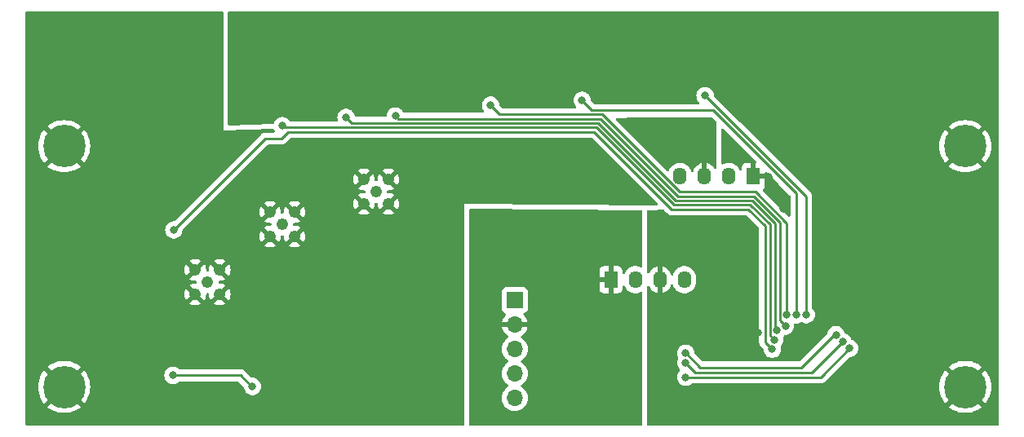
<source format=gbr>
%TF.GenerationSoftware,KiCad,Pcbnew,7.0.6*%
%TF.CreationDate,2023-09-07T21:54:39-06:00*%
%TF.ProjectId,low_power_heater,6c6f775f-706f-4776-9572-5f6865617465,rev?*%
%TF.SameCoordinates,Original*%
%TF.FileFunction,Copper,L2,Bot*%
%TF.FilePolarity,Positive*%
%FSLAX46Y46*%
G04 Gerber Fmt 4.6, Leading zero omitted, Abs format (unit mm)*
G04 Created by KiCad (PCBNEW 7.0.6) date 2023-09-07 21:54:39*
%MOMM*%
%LPD*%
G01*
G04 APERTURE LIST*
%TA.AperFunction,ComponentPad*%
%ADD10C,1.240000*%
%TD*%
%TA.AperFunction,ComponentPad*%
%ADD11C,0.700000*%
%TD*%
%TA.AperFunction,ComponentPad*%
%ADD12C,4.400000*%
%TD*%
%TA.AperFunction,ComponentPad*%
%ADD13R,1.400000X1.800000*%
%TD*%
%TA.AperFunction,ComponentPad*%
%ADD14O,1.400000X1.800000*%
%TD*%
%TA.AperFunction,ComponentPad*%
%ADD15R,1.700000X1.700000*%
%TD*%
%TA.AperFunction,ComponentPad*%
%ADD16O,1.700000X1.700000*%
%TD*%
%TA.AperFunction,ViaPad*%
%ADD17C,0.800000*%
%TD*%
%TA.AperFunction,Conductor*%
%ADD18C,0.250000*%
%TD*%
G04 APERTURE END LIST*
D10*
%TO.P,J14,1,In*%
%TO.N,/OPA218/10V*%
X102370000Y-81130000D03*
%TO.P,J14,2,Ext*%
%TO.N,GND1*%
X101100000Y-79860000D03*
X101100000Y-82400000D03*
X103640000Y-79860000D03*
X103640000Y-82400000D03*
%TD*%
%TO.P,J13,1,In*%
%TO.N,/OPA218/Power Supply Filter/pos_in*%
X119870000Y-71730000D03*
%TO.P,J13,2,Ext*%
%TO.N,GND1*%
X118600000Y-70460000D03*
X118600000Y-73000000D03*
X121140000Y-70460000D03*
X121140000Y-73000000D03*
%TD*%
%TO.P,J12,1,In*%
%TO.N,/OPA218/12V*%
X110130000Y-75130000D03*
%TO.P,J12,2,Ext*%
%TO.N,GND1*%
X108860000Y-73860000D03*
X108860000Y-76400000D03*
X111400000Y-73860000D03*
X111400000Y-76400000D03*
%TD*%
D11*
%TO.P,H3,1,1*%
%TO.N,GND1*%
X85850000Y-67000000D03*
X86333274Y-65833274D03*
X86333274Y-68166726D03*
X87500000Y-65350000D03*
D12*
X87500000Y-67000000D03*
D11*
X87500000Y-68650000D03*
X88666726Y-65833274D03*
X88666726Y-68166726D03*
X89150000Y-67000000D03*
%TD*%
%TO.P,H4,1,1*%
%TO.N,GND*%
X179350000Y-67000000D03*
X179833274Y-65833274D03*
X179833274Y-68166726D03*
X181000000Y-65350000D03*
D12*
X181000000Y-67000000D03*
D11*
X181000000Y-68650000D03*
X182166726Y-65833274D03*
X182166726Y-68166726D03*
X182650000Y-67000000D03*
%TD*%
D13*
%TO.P,PS2,1,-Vin*%
%TO.N,GND*%
X159012500Y-70132500D03*
D14*
%TO.P,PS2,2,+Vin*%
%TO.N,Net-(PS2-+Vin)*%
X156472500Y-70132500D03*
%TO.P,PS2,3,0V*%
%TO.N,GND1*%
X153932500Y-70132500D03*
%TO.P,PS2,4,+Vout*%
%TO.N,/OPA218/Power Supply Filter/pos_in*%
X151392500Y-70132500D03*
%TD*%
D11*
%TO.P,H2,1,1*%
%TO.N,GND*%
X179350000Y-92000000D03*
X179833274Y-90833274D03*
X179833274Y-93166726D03*
X181000000Y-90350000D03*
D12*
X181000000Y-92000000D03*
D11*
X181000000Y-93650000D03*
X182166726Y-90833274D03*
X182166726Y-93166726D03*
X182650000Y-92000000D03*
%TD*%
%TO.P,H1,1,1*%
%TO.N,GND1*%
X85850000Y-92000000D03*
X86333274Y-90833274D03*
X86333274Y-93166726D03*
X87500000Y-90350000D03*
D12*
X87500000Y-92000000D03*
D11*
X87500000Y-93650000D03*
X88666726Y-90833274D03*
X88666726Y-93166726D03*
X89150000Y-92000000D03*
%TD*%
D13*
%TO.P,PS1,1,-Vin*%
%TO.N,GNDPWR*%
X144237500Y-80867500D03*
D14*
%TO.P,PS1,2,+Vin*%
%TO.N,Net-(PS1-+Vin)*%
X146777500Y-80867500D03*
%TO.P,PS1,3,0V*%
%TO.N,GND*%
X149317500Y-80867500D03*
%TO.P,PS1,4,+Vout*%
%TO.N,+5V*%
X151857500Y-80867500D03*
%TD*%
D15*
%TO.P,J11,1,Pin_1*%
%TO.N,+3.3V*%
X134250000Y-83000000D03*
D16*
%TO.P,J11,2,Pin_2*%
%TO.N,GNDPWR*%
X134250000Y-85540000D03*
%TO.P,J11,3,Pin_3*%
%TO.N,Net-(J11-Pin_3)*%
X134250000Y-88080000D03*
%TO.P,J11,4,Pin_4*%
%TO.N,Net-(J11-Pin_4)*%
X134250000Y-90620000D03*
%TO.P,J11,5,Pin_5*%
%TO.N,Net-(J11-Pin_5)*%
X134250000Y-93160000D03*
%TD*%
D17*
%TO.N,GND*%
X159500000Y-86400000D03*
X157117500Y-83975000D03*
X160600000Y-70200000D03*
X172300000Y-81700000D03*
X162100000Y-73500000D03*
%TO.N,/ch4*%
X164500000Y-84500000D03*
X154000000Y-61750000D03*
%TO.N,/ch5*%
X141250000Y-62250000D03*
X163500497Y-84500000D03*
%TO.N,/ch6*%
X131750000Y-62750000D03*
X162500994Y-84500000D03*
%TO.N,GND1*%
X94060000Y-79260000D03*
X97000000Y-84460000D03*
X86550000Y-80860000D03*
X95120000Y-90500000D03*
X97640000Y-87830000D03*
X117500000Y-85900000D03*
X86560000Y-78000000D03*
X123600000Y-89300000D03*
%TO.N,Net-(U1-LD)*%
X152000000Y-91000000D03*
X169000000Y-88000000D03*
%TO.N,Net-(U1-CLK)*%
X168293245Y-87293245D03*
X152000000Y-89500000D03*
%TO.N,Net-(U1-DI)*%
X167586490Y-86586490D03*
X152000000Y-88500000D03*
%TO.N,/ch7*%
X121875000Y-63875000D03*
X162350422Y-85686416D03*
%TO.N,/ch8*%
X116750000Y-64000000D03*
X161464472Y-86149124D03*
%TO.N,/ch9*%
X110125000Y-64875000D03*
X161220178Y-87118312D03*
%TO.N,/ch10*%
X98875000Y-75712500D03*
X160978016Y-88088035D03*
%TO.N,Net-(U6-NR{slash}SS)*%
X107030000Y-91947500D03*
X98790000Y-90800000D03*
%TD*%
D18*
%TO.N,/ch4*%
X164500000Y-84500000D02*
X164500000Y-72250000D01*
X164500000Y-72250000D02*
X154000000Y-61750000D01*
%TO.N,/ch5*%
X163500497Y-71886893D02*
X154863604Y-63250000D01*
X154863604Y-63250000D02*
X142250000Y-63250000D01*
X142250000Y-63250000D02*
X141250000Y-62250000D01*
X163500497Y-84500000D02*
X163500497Y-71886893D01*
%TO.N,/ch6*%
X151360431Y-71750000D02*
X143310431Y-63700000D01*
X162500994Y-84500000D02*
X162500994Y-75000994D01*
X162500994Y-75000994D02*
X159250000Y-71750000D01*
X132700000Y-63700000D02*
X131750000Y-62750000D01*
X159250000Y-71750000D02*
X151360431Y-71750000D01*
X143310431Y-63700000D02*
X132700000Y-63700000D01*
%TO.N,Net-(U1-LD)*%
X166000000Y-91000000D02*
X152000000Y-91000000D01*
X169000000Y-88000000D02*
X166000000Y-91000000D01*
%TO.N,Net-(U1-CLK)*%
X165086490Y-90500000D02*
X153000000Y-90500000D01*
X168293245Y-87293245D02*
X165086490Y-90500000D01*
X153000000Y-90500000D02*
X152000000Y-89500000D01*
%TO.N,Net-(U1-DI)*%
X167413510Y-86586490D02*
X164000000Y-90000000D01*
X152025305Y-88500000D02*
X152000000Y-88500000D01*
X153525305Y-90000000D02*
X152025305Y-88500000D01*
X164000000Y-90000000D02*
X153525305Y-90000000D01*
X167586490Y-86586490D02*
X167413510Y-86586490D01*
%TO.N,/ch7*%
X151174035Y-72200000D02*
X143124035Y-64150000D01*
X161775994Y-74912390D02*
X159063604Y-72200000D01*
X159063604Y-72200000D02*
X151174035Y-72200000D01*
X122150000Y-64150000D02*
X121875000Y-63875000D01*
X161775994Y-85111988D02*
X161775994Y-74912390D01*
X143124035Y-64150000D02*
X122150000Y-64150000D01*
X162350422Y-85686416D02*
X161775994Y-85111988D01*
%TO.N,/ch8*%
X161464472Y-86149124D02*
X161238604Y-85923256D01*
X158877208Y-72650000D02*
X150987639Y-72650000D01*
X117350000Y-64600000D02*
X116750000Y-64000000D01*
X161238604Y-85923256D02*
X161250000Y-85911860D01*
X142937639Y-64600000D02*
X117350000Y-64600000D01*
X150987639Y-72650000D02*
X142937639Y-64600000D01*
X161250000Y-85911860D02*
X161250000Y-75022792D01*
X161250000Y-75022792D02*
X158877208Y-72650000D01*
%TO.N,/ch9*%
X110300000Y-65050000D02*
X110125000Y-64875000D01*
X142751243Y-65050000D02*
X110300000Y-65050000D01*
X158690812Y-73100000D02*
X150801243Y-73100000D01*
X150801243Y-73100000D02*
X142751243Y-65050000D01*
X160739472Y-86637606D02*
X160739472Y-75148660D01*
X161220178Y-87118312D02*
X160739472Y-86637606D01*
X160739472Y-75148660D02*
X158690812Y-73100000D01*
%TO.N,/ch10*%
X160250000Y-75295584D02*
X158504416Y-73550000D01*
X110750000Y-65500000D02*
X110037701Y-66212299D01*
X160250000Y-87360019D02*
X160250000Y-75295584D01*
X110037701Y-66212299D02*
X108375201Y-66212299D01*
X158504416Y-73550000D02*
X150550000Y-73550000D01*
X108375201Y-66212299D02*
X98875000Y-75712500D01*
X142500000Y-65500000D02*
X110750000Y-65500000D01*
X150550000Y-73550000D02*
X142500000Y-65500000D01*
X160978016Y-88088035D02*
X160250000Y-87360019D01*
%TO.N,Net-(U6-NR{slash}SS)*%
X105800000Y-90800000D02*
X107000000Y-92000000D01*
X107030000Y-91970000D02*
X107030000Y-91947500D01*
X98790000Y-90800000D02*
X105800000Y-90800000D01*
X107000000Y-92000000D02*
X107030000Y-91970000D01*
%TD*%
%TA.AperFunction,Conductor*%
%TO.N,GND*%
G36*
X184499500Y-95875500D02*
G01*
X184479815Y-95942539D01*
X184427011Y-95988294D01*
X184375500Y-95999500D01*
X148103260Y-95999500D01*
X148036221Y-95979815D01*
X147990466Y-95927011D01*
X147979260Y-95875385D01*
X147980638Y-94395101D01*
X147982868Y-92000000D01*
X178295065Y-92000000D01*
X178314786Y-92326038D01*
X178373667Y-92647341D01*
X178470835Y-92959164D01*
X178470839Y-92959175D01*
X178604897Y-93257041D01*
X178604898Y-93257043D01*
X178773887Y-93536586D01*
X178921477Y-93724968D01*
X179434070Y-93212375D01*
X179633274Y-93212375D01*
X179672887Y-93294631D01*
X179744266Y-93351553D01*
X179810742Y-93366726D01*
X179855806Y-93366726D01*
X179922282Y-93351553D01*
X179993661Y-93294631D01*
X180033274Y-93212375D01*
X180033274Y-93121077D01*
X179993661Y-93038821D01*
X179922282Y-92981899D01*
X179855806Y-92966726D01*
X179810742Y-92966726D01*
X179744266Y-92981899D01*
X179672887Y-93038821D01*
X179633274Y-93121077D01*
X179633274Y-93212375D01*
X179434070Y-93212375D01*
X180064211Y-92582235D01*
X180164894Y-92723624D01*
X180316932Y-92868592D01*
X180419222Y-92934330D01*
X179275030Y-94078521D01*
X179275030Y-94078522D01*
X179463414Y-94226112D01*
X179463423Y-94226118D01*
X179742956Y-94395101D01*
X179742958Y-94395102D01*
X180040824Y-94529160D01*
X180040835Y-94529164D01*
X180352658Y-94626332D01*
X180673961Y-94685213D01*
X181000000Y-94704934D01*
X181326038Y-94685213D01*
X181647341Y-94626332D01*
X181959164Y-94529164D01*
X181959175Y-94529160D01*
X182257041Y-94395102D01*
X182257043Y-94395101D01*
X182536576Y-94226118D01*
X182536584Y-94226112D01*
X182724968Y-94078522D01*
X182724968Y-94078521D01*
X181858822Y-93212375D01*
X181966726Y-93212375D01*
X182006339Y-93294631D01*
X182077718Y-93351553D01*
X182144194Y-93366726D01*
X182189258Y-93366726D01*
X182255734Y-93351553D01*
X182327113Y-93294631D01*
X182366726Y-93212375D01*
X182366726Y-93121077D01*
X182327113Y-93038821D01*
X182255734Y-92981899D01*
X182189258Y-92966726D01*
X182144194Y-92966726D01*
X182077718Y-92981899D01*
X182006339Y-93038821D01*
X181966726Y-93121077D01*
X181966726Y-93212375D01*
X181858822Y-93212375D01*
X181583306Y-92936859D01*
X181597410Y-92929589D01*
X181762540Y-92799729D01*
X181900110Y-92640965D01*
X181934665Y-92581112D01*
X183078521Y-93724968D01*
X183078522Y-93724968D01*
X183226112Y-93536584D01*
X183226118Y-93536576D01*
X183395101Y-93257043D01*
X183395102Y-93257041D01*
X183529160Y-92959175D01*
X183529164Y-92959164D01*
X183626332Y-92647341D01*
X183685213Y-92326038D01*
X183704934Y-92000000D01*
X183685213Y-91673961D01*
X183626332Y-91352658D01*
X183529164Y-91040835D01*
X183529160Y-91040824D01*
X183395102Y-90742958D01*
X183395101Y-90742956D01*
X183226118Y-90463423D01*
X183226112Y-90463414D01*
X183078521Y-90275030D01*
X181935788Y-91417763D01*
X181835106Y-91276376D01*
X181683068Y-91131408D01*
X181580777Y-91065669D01*
X181767523Y-90878923D01*
X181966726Y-90878923D01*
X182006339Y-90961179D01*
X182077718Y-91018101D01*
X182144194Y-91033274D01*
X182189258Y-91033274D01*
X182255734Y-91018101D01*
X182327113Y-90961179D01*
X182366726Y-90878923D01*
X182366726Y-90787625D01*
X182327113Y-90705369D01*
X182255734Y-90648447D01*
X182189258Y-90633274D01*
X182144194Y-90633274D01*
X182077718Y-90648447D01*
X182006339Y-90705369D01*
X181966726Y-90787625D01*
X181966726Y-90878923D01*
X181767523Y-90878923D01*
X182724968Y-89921477D01*
X182724968Y-89921476D01*
X182536586Y-89773887D01*
X182257043Y-89604898D01*
X182257041Y-89604897D01*
X181959175Y-89470839D01*
X181959164Y-89470835D01*
X181647341Y-89373667D01*
X181326038Y-89314786D01*
X181000000Y-89295065D01*
X180673961Y-89314786D01*
X180352658Y-89373667D01*
X180040835Y-89470835D01*
X180040824Y-89470839D01*
X179742958Y-89604897D01*
X179742956Y-89604898D01*
X179463423Y-89773881D01*
X179275030Y-89921476D01*
X179275030Y-89921477D01*
X180416693Y-91063140D01*
X180402590Y-91070411D01*
X180237460Y-91200271D01*
X180099890Y-91359035D01*
X180065334Y-91418887D01*
X179525370Y-90878923D01*
X179633274Y-90878923D01*
X179672887Y-90961179D01*
X179744266Y-91018101D01*
X179810742Y-91033274D01*
X179855806Y-91033274D01*
X179922282Y-91018101D01*
X179993661Y-90961179D01*
X180033274Y-90878923D01*
X180033274Y-90787625D01*
X179993661Y-90705369D01*
X179922282Y-90648447D01*
X179855806Y-90633274D01*
X179810742Y-90633274D01*
X179744266Y-90648447D01*
X179672887Y-90705369D01*
X179633274Y-90787625D01*
X179633274Y-90878923D01*
X179525370Y-90878923D01*
X178921477Y-90275030D01*
X178921476Y-90275030D01*
X178773881Y-90463423D01*
X178604898Y-90742956D01*
X178604897Y-90742958D01*
X178470839Y-91040824D01*
X178470835Y-91040835D01*
X178373667Y-91352658D01*
X178314786Y-91673961D01*
X178295065Y-92000000D01*
X147982868Y-92000000D01*
X147983799Y-91000000D01*
X151094540Y-91000000D01*
X151114326Y-91188256D01*
X151114327Y-91188259D01*
X151172818Y-91368277D01*
X151172821Y-91368284D01*
X151267467Y-91532216D01*
X151363246Y-91638589D01*
X151394129Y-91672888D01*
X151547265Y-91784148D01*
X151547270Y-91784151D01*
X151720192Y-91861142D01*
X151720197Y-91861144D01*
X151905354Y-91900500D01*
X151905355Y-91900500D01*
X152094644Y-91900500D01*
X152094646Y-91900500D01*
X152279803Y-91861144D01*
X152452730Y-91784151D01*
X152605871Y-91672888D01*
X152608788Y-91669647D01*
X152611600Y-91666526D01*
X152671087Y-91629879D01*
X152703748Y-91625500D01*
X165917257Y-91625500D01*
X165932877Y-91627224D01*
X165932904Y-91626939D01*
X165940660Y-91627671D01*
X165940667Y-91627673D01*
X166009814Y-91625500D01*
X166039350Y-91625500D01*
X166046228Y-91624630D01*
X166052041Y-91624172D01*
X166098627Y-91622709D01*
X166117869Y-91617117D01*
X166136912Y-91613174D01*
X166156792Y-91610664D01*
X166200122Y-91593507D01*
X166205646Y-91591617D01*
X166209396Y-91590527D01*
X166250390Y-91578618D01*
X166267629Y-91568422D01*
X166285103Y-91559862D01*
X166303727Y-91552488D01*
X166303727Y-91552487D01*
X166303732Y-91552486D01*
X166341449Y-91525082D01*
X166346305Y-91521892D01*
X166386420Y-91498170D01*
X166400589Y-91483999D01*
X166415379Y-91471368D01*
X166431587Y-91459594D01*
X166461299Y-91423676D01*
X166465212Y-91419376D01*
X168947770Y-88936819D01*
X169009094Y-88903334D01*
X169035452Y-88900500D01*
X169094644Y-88900500D01*
X169094646Y-88900500D01*
X169279803Y-88861144D01*
X169452730Y-88784151D01*
X169605871Y-88672888D01*
X169732533Y-88532216D01*
X169827179Y-88368284D01*
X169885674Y-88188256D01*
X169905460Y-88000000D01*
X169885674Y-87811744D01*
X169827179Y-87631716D01*
X169732533Y-87467784D01*
X169605871Y-87327112D01*
X169577599Y-87306571D01*
X169452734Y-87215851D01*
X169452729Y-87215848D01*
X169279807Y-87138857D01*
X169279805Y-87138856D01*
X169253280Y-87133218D01*
X169191799Y-87100024D01*
X169161132Y-87050246D01*
X169120426Y-86924967D01*
X169120425Y-86924966D01*
X169120424Y-86924961D01*
X169025778Y-86761029D01*
X168899116Y-86620357D01*
X168899115Y-86620356D01*
X168745979Y-86509096D01*
X168745974Y-86509093D01*
X168573052Y-86432102D01*
X168573050Y-86432101D01*
X168546525Y-86426463D01*
X168485044Y-86393269D01*
X168454377Y-86343491D01*
X168413671Y-86218212D01*
X168413670Y-86218209D01*
X168413669Y-86218206D01*
X168319023Y-86054274D01*
X168192361Y-85913602D01*
X168192360Y-85913601D01*
X168039224Y-85802341D01*
X168039219Y-85802338D01*
X167866297Y-85725347D01*
X167866292Y-85725345D01*
X167720491Y-85694355D01*
X167681136Y-85685990D01*
X167491844Y-85685990D01*
X167459387Y-85692888D01*
X167306687Y-85725345D01*
X167306682Y-85725347D01*
X167133760Y-85802338D01*
X167133755Y-85802341D01*
X166980619Y-85913601D01*
X166853956Y-86054275D01*
X166759311Y-86218205D01*
X166759309Y-86218209D01*
X166702141Y-86394154D01*
X166671891Y-86443516D01*
X163777228Y-89338181D01*
X163715905Y-89371666D01*
X163689547Y-89374500D01*
X153835758Y-89374500D01*
X153768719Y-89354815D01*
X153748077Y-89338181D01*
X152935989Y-88526093D01*
X152902504Y-88464770D01*
X152900349Y-88451374D01*
X152885674Y-88311744D01*
X152827179Y-88131716D01*
X152732533Y-87967784D01*
X152605871Y-87827112D01*
X152584719Y-87811744D01*
X152452734Y-87715851D01*
X152452729Y-87715848D01*
X152279807Y-87638857D01*
X152279802Y-87638855D01*
X152134001Y-87607865D01*
X152094646Y-87599500D01*
X151905354Y-87599500D01*
X151872897Y-87606398D01*
X151720197Y-87638855D01*
X151720192Y-87638857D01*
X151547270Y-87715848D01*
X151547265Y-87715851D01*
X151394129Y-87827111D01*
X151267466Y-87967785D01*
X151172821Y-88131715D01*
X151172818Y-88131722D01*
X151125845Y-88276291D01*
X151114326Y-88311744D01*
X151094540Y-88500000D01*
X151114326Y-88688256D01*
X151114327Y-88688259D01*
X151172818Y-88868277D01*
X151172821Y-88868284D01*
X151213071Y-88937999D01*
X151229544Y-89005900D01*
X151213071Y-89061999D01*
X151172821Y-89131714D01*
X151119745Y-89295065D01*
X151114326Y-89311744D01*
X151094540Y-89500000D01*
X151114326Y-89688256D01*
X151114327Y-89688259D01*
X151172818Y-89868277D01*
X151172821Y-89868284D01*
X151267466Y-90032215D01*
X151388851Y-90167028D01*
X151419081Y-90230020D01*
X151410455Y-90299355D01*
X151388851Y-90332972D01*
X151267466Y-90467784D01*
X151172821Y-90631715D01*
X151172818Y-90631722D01*
X151114327Y-90811740D01*
X151114326Y-90811744D01*
X151094540Y-91000000D01*
X147983799Y-91000000D01*
X147992527Y-81625854D01*
X148012273Y-81558837D01*
X148065120Y-81513132D01*
X148134287Y-81503253D01*
X148197816Y-81532337D01*
X148227526Y-81570702D01*
X148292868Y-81701925D01*
X148426891Y-81879400D01*
X148591238Y-82029221D01*
X148780320Y-82146297D01*
X148780322Y-82146298D01*
X148987695Y-82226635D01*
X149067500Y-82241552D01*
X149067500Y-81303001D01*
X149175185Y-81352180D01*
X149281737Y-81367500D01*
X149353263Y-81367500D01*
X149459815Y-81352180D01*
X149567500Y-81303001D01*
X149567500Y-82241552D01*
X149647304Y-82226635D01*
X149854677Y-82146298D01*
X149854679Y-82146297D01*
X150043761Y-82029221D01*
X150208108Y-81879400D01*
X150342131Y-81701925D01*
X150441260Y-81502849D01*
X150467973Y-81408961D01*
X150505252Y-81349867D01*
X150568561Y-81320309D01*
X150637801Y-81329670D01*
X150690988Y-81374980D01*
X150706506Y-81408959D01*
X150733270Y-81503025D01*
X150733275Y-81503038D01*
X150832438Y-81702183D01*
X150832443Y-81702191D01*
X150966520Y-81879738D01*
X151130937Y-82029623D01*
X151130939Y-82029625D01*
X151320095Y-82146745D01*
X151320096Y-82146745D01*
X151320099Y-82146747D01*
X151527560Y-82227118D01*
X151746257Y-82268000D01*
X151746259Y-82268000D01*
X151968741Y-82268000D01*
X151968743Y-82268000D01*
X152187440Y-82227118D01*
X152394901Y-82146747D01*
X152584062Y-82029624D01*
X152748481Y-81879736D01*
X152882558Y-81702189D01*
X152981729Y-81503028D01*
X153042615Y-81289036D01*
X153058000Y-81123003D01*
X153058000Y-80611997D01*
X153042615Y-80445964D01*
X152981729Y-80231972D01*
X152981724Y-80231961D01*
X152882561Y-80032816D01*
X152882556Y-80032808D01*
X152748479Y-79855261D01*
X152584062Y-79705376D01*
X152584060Y-79705374D01*
X152394904Y-79588254D01*
X152394898Y-79588252D01*
X152187440Y-79507882D01*
X151968743Y-79467000D01*
X151746257Y-79467000D01*
X151527560Y-79507882D01*
X151396364Y-79558707D01*
X151320101Y-79588252D01*
X151320095Y-79588254D01*
X151130939Y-79705374D01*
X151130937Y-79705376D01*
X150966520Y-79855261D01*
X150832443Y-80032808D01*
X150832438Y-80032816D01*
X150733275Y-80231961D01*
X150733270Y-80231974D01*
X150706506Y-80326040D01*
X150669226Y-80385133D01*
X150605917Y-80414690D01*
X150536677Y-80405328D01*
X150483491Y-80360018D01*
X150467973Y-80326038D01*
X150441260Y-80232150D01*
X150342131Y-80033074D01*
X150208108Y-79855599D01*
X150043761Y-79705778D01*
X149854679Y-79588702D01*
X149854677Y-79588701D01*
X149647299Y-79508364D01*
X149567500Y-79493446D01*
X149567500Y-80431998D01*
X149459815Y-80382820D01*
X149353263Y-80367500D01*
X149281737Y-80367500D01*
X149175185Y-80382820D01*
X149067500Y-80431998D01*
X149067500Y-79493446D01*
X148987700Y-79508364D01*
X148780322Y-79588701D01*
X148780320Y-79588702D01*
X148591238Y-79705778D01*
X148426891Y-79855599D01*
X148292869Y-80033072D01*
X148228941Y-80161456D01*
X148181437Y-80212692D01*
X148113774Y-80230113D01*
X148047434Y-80208187D01*
X148003479Y-80153875D01*
X147993942Y-80106074D01*
X147999836Y-73775377D01*
X148019582Y-73708361D01*
X148072429Y-73662656D01*
X148124776Y-73651503D01*
X148973648Y-73657983D01*
X148993417Y-73657354D01*
X149013383Y-73656322D01*
X149153975Y-73625738D01*
X149202020Y-73607817D01*
X149245353Y-73600000D01*
X149664047Y-73600000D01*
X149731086Y-73619685D01*
X149751728Y-73636319D01*
X150049197Y-73933788D01*
X150059022Y-73946051D01*
X150059243Y-73945869D01*
X150064214Y-73951878D01*
X150090217Y-73976295D01*
X150114635Y-73999226D01*
X150135529Y-74020120D01*
X150141011Y-74024373D01*
X150145443Y-74028157D01*
X150179418Y-74060062D01*
X150196976Y-74069714D01*
X150213235Y-74080395D01*
X150229064Y-74092673D01*
X150271838Y-74111182D01*
X150277056Y-74113738D01*
X150317908Y-74136197D01*
X150337316Y-74141180D01*
X150355717Y-74147480D01*
X150374104Y-74155437D01*
X150417488Y-74162308D01*
X150420119Y-74162725D01*
X150425839Y-74163909D01*
X150470981Y-74175500D01*
X150491016Y-74175500D01*
X150510414Y-74177026D01*
X150530194Y-74180159D01*
X150530195Y-74180160D01*
X150530195Y-74180159D01*
X150530196Y-74180160D01*
X150576583Y-74175775D01*
X150582422Y-74175500D01*
X158193964Y-74175500D01*
X158261003Y-74195185D01*
X158281645Y-74211819D01*
X159588181Y-75518355D01*
X159621666Y-75579678D01*
X159624500Y-75606036D01*
X159624500Y-87277274D01*
X159622775Y-87292891D01*
X159623061Y-87292918D01*
X159622326Y-87300684D01*
X159624500Y-87369833D01*
X159624500Y-87399362D01*
X159624501Y-87399379D01*
X159625368Y-87406250D01*
X159625826Y-87412069D01*
X159627290Y-87458643D01*
X159627291Y-87458646D01*
X159632880Y-87477886D01*
X159636824Y-87496930D01*
X159639336Y-87516810D01*
X159656490Y-87560138D01*
X159658382Y-87565666D01*
X159671381Y-87610407D01*
X159681580Y-87627653D01*
X159690138Y-87645122D01*
X159697514Y-87663751D01*
X159724898Y-87701442D01*
X159728106Y-87706326D01*
X159751827Y-87746435D01*
X159751833Y-87746443D01*
X159765990Y-87760599D01*
X159778628Y-87775395D01*
X159790405Y-87791605D01*
X159790406Y-87791606D01*
X159826309Y-87821307D01*
X159830632Y-87825241D01*
X160039054Y-88033664D01*
X160072539Y-88094987D01*
X160074694Y-88108383D01*
X160082984Y-88187262D01*
X160092342Y-88276291D01*
X160092343Y-88276294D01*
X160150834Y-88456312D01*
X160150837Y-88456319D01*
X160245483Y-88620251D01*
X160306718Y-88688259D01*
X160372145Y-88760923D01*
X160525281Y-88872183D01*
X160525286Y-88872186D01*
X160698208Y-88949177D01*
X160698213Y-88949179D01*
X160883370Y-88988535D01*
X160883371Y-88988535D01*
X161072660Y-88988535D01*
X161072662Y-88988535D01*
X161257819Y-88949179D01*
X161430746Y-88872186D01*
X161583887Y-88760923D01*
X161710549Y-88620251D01*
X161805195Y-88456319D01*
X161863690Y-88276291D01*
X161883476Y-88088035D01*
X161863690Y-87899779D01*
X161849906Y-87857359D01*
X161847912Y-87787519D01*
X161875686Y-87736070D01*
X161952711Y-87650528D01*
X162047357Y-87486596D01*
X162105852Y-87306568D01*
X162125638Y-87118312D01*
X162105852Y-86930056D01*
X162092762Y-86889769D01*
X162090767Y-86819928D01*
X162118543Y-86768479D01*
X162197005Y-86681340D01*
X162215725Y-86648914D01*
X162266292Y-86600700D01*
X162323112Y-86586916D01*
X162445066Y-86586916D01*
X162445068Y-86586916D01*
X162630225Y-86547560D01*
X162803152Y-86470567D01*
X162956293Y-86359304D01*
X163082955Y-86218632D01*
X163177601Y-86054700D01*
X163236096Y-85874672D01*
X163255882Y-85686416D01*
X163239557Y-85531093D01*
X163252127Y-85462367D01*
X163299859Y-85411343D01*
X163367599Y-85394225D01*
X163388646Y-85396843D01*
X163405851Y-85400500D01*
X163405856Y-85400500D01*
X163595141Y-85400500D01*
X163595143Y-85400500D01*
X163780300Y-85361144D01*
X163949813Y-85285670D01*
X164019061Y-85276386D01*
X164050684Y-85285671D01*
X164220192Y-85361142D01*
X164220197Y-85361144D01*
X164405354Y-85400500D01*
X164405355Y-85400500D01*
X164594644Y-85400500D01*
X164594646Y-85400500D01*
X164779803Y-85361144D01*
X164952730Y-85284151D01*
X165105871Y-85172888D01*
X165232533Y-85032216D01*
X165327179Y-84868284D01*
X165385674Y-84688256D01*
X165405460Y-84500000D01*
X165385674Y-84311744D01*
X165327179Y-84131716D01*
X165232533Y-83967784D01*
X165232533Y-83967783D01*
X165157350Y-83884284D01*
X165127120Y-83821292D01*
X165125500Y-83801312D01*
X165125500Y-72332737D01*
X165127224Y-72317124D01*
X165126938Y-72317097D01*
X165127671Y-72309335D01*
X165127672Y-72309332D01*
X165125499Y-72240202D01*
X165125500Y-72210650D01*
X165124629Y-72203758D01*
X165124172Y-72197946D01*
X165122709Y-72151374D01*
X165122709Y-72151372D01*
X165117120Y-72132137D01*
X165113174Y-72113084D01*
X165112742Y-72109664D01*
X165110664Y-72093208D01*
X165093501Y-72049859D01*
X165091614Y-72044346D01*
X165078617Y-71999610D01*
X165078616Y-71999608D01*
X165068421Y-71982369D01*
X165059860Y-71964893D01*
X165052486Y-71946269D01*
X165052486Y-71946267D01*
X165042474Y-71932488D01*
X165025083Y-71908550D01*
X165021900Y-71903705D01*
X164998170Y-71863579D01*
X164998165Y-71863573D01*
X164984005Y-71849413D01*
X164971370Y-71834620D01*
X164959593Y-71818412D01*
X164923693Y-71788713D01*
X164919381Y-71784790D01*
X160134590Y-66999999D01*
X178295065Y-66999999D01*
X178314786Y-67326038D01*
X178373667Y-67647341D01*
X178470835Y-67959164D01*
X178470839Y-67959175D01*
X178604897Y-68257041D01*
X178604898Y-68257043D01*
X178773887Y-68536586D01*
X178921477Y-68724968D01*
X179434070Y-68212375D01*
X179633274Y-68212375D01*
X179672887Y-68294631D01*
X179744266Y-68351553D01*
X179810742Y-68366726D01*
X179855806Y-68366726D01*
X179922282Y-68351553D01*
X179993661Y-68294631D01*
X180033274Y-68212375D01*
X180033274Y-68121077D01*
X179993661Y-68038821D01*
X179922282Y-67981899D01*
X179855806Y-67966726D01*
X179810742Y-67966726D01*
X179744266Y-67981899D01*
X179672887Y-68038821D01*
X179633274Y-68121077D01*
X179633274Y-68212375D01*
X179434070Y-68212375D01*
X180064210Y-67582234D01*
X180164894Y-67723624D01*
X180316932Y-67868592D01*
X180419222Y-67934330D01*
X179275030Y-69078521D01*
X179275030Y-69078522D01*
X179463414Y-69226112D01*
X179463423Y-69226118D01*
X179742956Y-69395101D01*
X179742958Y-69395102D01*
X180040824Y-69529160D01*
X180040835Y-69529164D01*
X180352658Y-69626332D01*
X180673961Y-69685213D01*
X181000000Y-69704934D01*
X181326038Y-69685213D01*
X181647341Y-69626332D01*
X181959164Y-69529164D01*
X181959175Y-69529160D01*
X182257041Y-69395102D01*
X182257043Y-69395101D01*
X182536576Y-69226118D01*
X182536584Y-69226112D01*
X182724968Y-69078522D01*
X182724968Y-69078521D01*
X181858822Y-68212375D01*
X181966726Y-68212375D01*
X182006339Y-68294631D01*
X182077718Y-68351553D01*
X182144194Y-68366726D01*
X182189258Y-68366726D01*
X182255734Y-68351553D01*
X182327113Y-68294631D01*
X182366726Y-68212375D01*
X182366726Y-68121077D01*
X182327113Y-68038821D01*
X182255734Y-67981899D01*
X182189258Y-67966726D01*
X182144194Y-67966726D01*
X182077718Y-67981899D01*
X182006339Y-68038821D01*
X181966726Y-68121077D01*
X181966726Y-68212375D01*
X181858822Y-68212375D01*
X181583306Y-67936859D01*
X181597410Y-67929589D01*
X181762540Y-67799729D01*
X181900110Y-67640965D01*
X181934665Y-67581112D01*
X183078521Y-68724968D01*
X183078522Y-68724968D01*
X183226112Y-68536584D01*
X183226118Y-68536576D01*
X183395101Y-68257043D01*
X183395102Y-68257041D01*
X183529160Y-67959175D01*
X183529164Y-67959164D01*
X183626332Y-67647341D01*
X183685213Y-67326038D01*
X183704934Y-66999999D01*
X183685213Y-66673961D01*
X183626332Y-66352658D01*
X183529164Y-66040835D01*
X183529160Y-66040824D01*
X183395102Y-65742958D01*
X183395101Y-65742956D01*
X183226118Y-65463423D01*
X183226112Y-65463414D01*
X183078521Y-65275030D01*
X181935788Y-66417763D01*
X181835106Y-66276376D01*
X181683068Y-66131408D01*
X181580776Y-66065668D01*
X181767521Y-65878923D01*
X181966726Y-65878923D01*
X182006339Y-65961179D01*
X182077718Y-66018101D01*
X182144194Y-66033274D01*
X182189258Y-66033274D01*
X182255734Y-66018101D01*
X182327113Y-65961179D01*
X182366726Y-65878923D01*
X182366726Y-65787625D01*
X182327113Y-65705369D01*
X182255734Y-65648447D01*
X182189258Y-65633274D01*
X182144194Y-65633274D01*
X182077718Y-65648447D01*
X182006339Y-65705369D01*
X181966726Y-65787625D01*
X181966726Y-65878923D01*
X181767521Y-65878923D01*
X182724968Y-64921477D01*
X182724968Y-64921476D01*
X182536586Y-64773887D01*
X182257043Y-64604898D01*
X182257041Y-64604897D01*
X181959175Y-64470839D01*
X181959164Y-64470835D01*
X181647341Y-64373667D01*
X181326038Y-64314786D01*
X181000000Y-64295065D01*
X180673961Y-64314786D01*
X180352658Y-64373667D01*
X180040835Y-64470835D01*
X180040824Y-64470839D01*
X179742958Y-64604897D01*
X179742956Y-64604898D01*
X179463423Y-64773881D01*
X179275030Y-64921476D01*
X179275030Y-64921477D01*
X180416693Y-66063140D01*
X180402590Y-66070411D01*
X180237460Y-66200271D01*
X180099890Y-66359035D01*
X180065334Y-66418886D01*
X179525371Y-65878923D01*
X179633274Y-65878923D01*
X179672887Y-65961179D01*
X179744266Y-66018101D01*
X179810742Y-66033274D01*
X179855806Y-66033274D01*
X179922282Y-66018101D01*
X179993661Y-65961179D01*
X180033274Y-65878923D01*
X180033274Y-65787625D01*
X179993661Y-65705369D01*
X179922282Y-65648447D01*
X179855806Y-65633274D01*
X179810742Y-65633274D01*
X179744266Y-65648447D01*
X179672887Y-65705369D01*
X179633274Y-65787625D01*
X179633274Y-65878923D01*
X179525371Y-65878923D01*
X178921477Y-65275030D01*
X178921476Y-65275030D01*
X178773881Y-65463423D01*
X178604898Y-65742956D01*
X178604897Y-65742958D01*
X178470839Y-66040824D01*
X178470835Y-66040835D01*
X178373667Y-66352658D01*
X178314786Y-66673961D01*
X178295065Y-66999999D01*
X160134590Y-66999999D01*
X157640581Y-64505990D01*
X184499500Y-64058341D01*
X184499500Y-95875500D01*
G37*
%TD.AperFunction*%
%TA.AperFunction,Conductor*%
G36*
X160417703Y-69689134D02*
G01*
X160424166Y-69695152D01*
X161649861Y-70920847D01*
X162838678Y-72109664D01*
X162872163Y-72170987D01*
X162874997Y-72197345D01*
X162874997Y-74191044D01*
X162855312Y-74258083D01*
X162802508Y-74303838D01*
X162733350Y-74313782D01*
X162669794Y-74284757D01*
X162663316Y-74278725D01*
X160001937Y-71617346D01*
X159968452Y-71556023D01*
X159973436Y-71486331D01*
X160015308Y-71430398D01*
X160069689Y-71389688D01*
X160069690Y-71389687D01*
X160155850Y-71274593D01*
X160155854Y-71274586D01*
X160206096Y-71139879D01*
X160206098Y-71139872D01*
X160212499Y-71080344D01*
X160212499Y-71080327D01*
X160212500Y-70382500D01*
X159446186Y-70382500D01*
X159471993Y-70342344D01*
X159512500Y-70204389D01*
X159512500Y-70060611D01*
X159471993Y-69922656D01*
X159446186Y-69882500D01*
X160212500Y-69882500D01*
X160212500Y-69782847D01*
X160232185Y-69715808D01*
X160284989Y-69670053D01*
X160354147Y-69660109D01*
X160417703Y-69689134D01*
G37*
%TD.AperFunction*%
%TA.AperFunction,Conductor*%
G36*
X155910703Y-65182134D02*
G01*
X155917166Y-65188152D01*
X157597209Y-66868195D01*
X159274326Y-68545312D01*
X159307811Y-68606635D01*
X159302827Y-68676327D01*
X159274326Y-68720674D01*
X159262500Y-68732499D01*
X159262500Y-69696998D01*
X159154815Y-69647820D01*
X159048263Y-69632500D01*
X158976737Y-69632500D01*
X158870185Y-69647820D01*
X158762500Y-69696998D01*
X158762500Y-68732500D01*
X158264655Y-68732500D01*
X158205127Y-68738901D01*
X158205120Y-68738903D01*
X158070413Y-68789145D01*
X158070406Y-68789149D01*
X157955312Y-68875309D01*
X157955309Y-68875312D01*
X157869149Y-68990406D01*
X157869145Y-68990413D01*
X157818903Y-69125120D01*
X157818901Y-69125127D01*
X157812500Y-69184655D01*
X157812500Y-69403082D01*
X157792815Y-69470121D01*
X157740011Y-69515876D01*
X157670853Y-69525820D01*
X157607297Y-69496795D01*
X157577500Y-69458354D01*
X157497561Y-69297816D01*
X157497556Y-69297808D01*
X157363479Y-69120261D01*
X157199062Y-68970376D01*
X157199060Y-68970374D01*
X157009904Y-68853254D01*
X157009898Y-68853252D01*
X157001504Y-68850000D01*
X156802440Y-68772882D01*
X156583743Y-68732000D01*
X156361257Y-68732000D01*
X156142560Y-68772882D01*
X156014745Y-68822398D01*
X155935101Y-68853252D01*
X155935097Y-68853253D01*
X155894776Y-68878219D01*
X155827415Y-68896773D01*
X155760716Y-68875964D01*
X155715855Y-68822398D01*
X155705500Y-68772791D01*
X155705500Y-65275847D01*
X155725185Y-65208808D01*
X155777989Y-65163053D01*
X155847147Y-65153109D01*
X155910703Y-65182134D01*
G37*
%TD.AperFunction*%
%TD*%
%TA.AperFunction,Conductor*%
%TO.N,GNDPWR*%
G36*
X147371332Y-73645751D02*
G01*
X147438218Y-73665946D01*
X147483568Y-73719098D01*
X147492634Y-73770475D01*
X147494340Y-73770477D01*
X147489028Y-79474807D01*
X147469281Y-79541829D01*
X147416434Y-79587534D01*
X147347267Y-79597413D01*
X147320234Y-79590319D01*
X147313045Y-79587534D01*
X147107440Y-79507882D01*
X146888743Y-79467000D01*
X146666257Y-79467000D01*
X146447560Y-79507882D01*
X146359933Y-79541829D01*
X146240101Y-79588252D01*
X146240095Y-79588254D01*
X146050939Y-79705374D01*
X146050937Y-79705376D01*
X145886520Y-79855261D01*
X145752443Y-80032808D01*
X145752438Y-80032816D01*
X145672500Y-80193354D01*
X145624997Y-80244591D01*
X145557334Y-80262012D01*
X145490994Y-80240086D01*
X145447039Y-80185775D01*
X145437500Y-80138082D01*
X145437500Y-79919672D01*
X145437499Y-79919655D01*
X145431098Y-79860127D01*
X145431096Y-79860120D01*
X145380854Y-79725413D01*
X145380850Y-79725406D01*
X145294690Y-79610312D01*
X145294687Y-79610309D01*
X145179593Y-79524149D01*
X145179586Y-79524145D01*
X145044879Y-79473903D01*
X145044872Y-79473901D01*
X144985344Y-79467500D01*
X144487500Y-79467500D01*
X144487500Y-80431998D01*
X144379815Y-80382820D01*
X144273263Y-80367500D01*
X144201737Y-80367500D01*
X144095185Y-80382820D01*
X143987500Y-80431998D01*
X143987500Y-79467500D01*
X143489655Y-79467500D01*
X143430127Y-79473901D01*
X143430120Y-79473903D01*
X143295413Y-79524145D01*
X143295406Y-79524149D01*
X143180312Y-79610309D01*
X143180309Y-79610312D01*
X143094149Y-79725406D01*
X143094145Y-79725413D01*
X143043903Y-79860120D01*
X143043901Y-79860127D01*
X143037500Y-79919655D01*
X143037500Y-80617500D01*
X143803814Y-80617500D01*
X143778007Y-80657656D01*
X143737500Y-80795611D01*
X143737500Y-80939389D01*
X143778007Y-81077344D01*
X143803814Y-81117500D01*
X143037500Y-81117500D01*
X143037500Y-81815344D01*
X143043901Y-81874872D01*
X143043903Y-81874879D01*
X143094145Y-82009586D01*
X143094149Y-82009593D01*
X143180309Y-82124687D01*
X143180312Y-82124690D01*
X143295406Y-82210850D01*
X143295413Y-82210854D01*
X143430120Y-82261096D01*
X143430127Y-82261098D01*
X143489655Y-82267499D01*
X143489672Y-82267500D01*
X143987500Y-82267500D01*
X143987500Y-81303001D01*
X144095185Y-81352180D01*
X144201737Y-81367500D01*
X144273263Y-81367500D01*
X144379815Y-81352180D01*
X144487500Y-81303001D01*
X144487500Y-82267500D01*
X144985328Y-82267500D01*
X144985344Y-82267499D01*
X145044872Y-82261098D01*
X145044879Y-82261096D01*
X145179586Y-82210854D01*
X145179593Y-82210850D01*
X145294687Y-82124690D01*
X145294690Y-82124687D01*
X145380850Y-82009593D01*
X145380854Y-82009586D01*
X145431096Y-81874879D01*
X145431098Y-81874872D01*
X145437499Y-81815344D01*
X145437500Y-81815327D01*
X145437500Y-81596917D01*
X145457185Y-81529878D01*
X145509989Y-81484123D01*
X145579147Y-81474179D01*
X145642703Y-81503204D01*
X145672500Y-81541645D01*
X145752438Y-81702183D01*
X145752443Y-81702191D01*
X145886520Y-81879738D01*
X146050937Y-82029623D01*
X146050939Y-82029625D01*
X146240095Y-82146745D01*
X146240096Y-82146745D01*
X146240099Y-82146747D01*
X146447560Y-82227118D01*
X146666257Y-82268000D01*
X146666259Y-82268000D01*
X146888741Y-82268000D01*
X146888743Y-82268000D01*
X147107440Y-82227118D01*
X147314901Y-82146747D01*
X147314904Y-82146744D01*
X147317640Y-82145685D01*
X147387263Y-82139823D01*
X147449004Y-82172533D01*
X147483258Y-82233429D01*
X147486434Y-82261427D01*
X147478299Y-90999529D01*
X147478299Y-90999998D01*
X147477368Y-91999529D01*
X147477368Y-91999999D01*
X147473759Y-95875615D01*
X147454012Y-95942637D01*
X147401165Y-95988342D01*
X147349759Y-95999500D01*
X129661864Y-95999500D01*
X129594825Y-95979815D01*
X129549070Y-95927011D01*
X129537864Y-95875716D01*
X129537864Y-95875615D01*
X129533131Y-93160000D01*
X132894341Y-93160000D01*
X132914936Y-93395403D01*
X132914938Y-93395413D01*
X132976094Y-93623655D01*
X132976096Y-93623659D01*
X132976097Y-93623663D01*
X133075964Y-93837830D01*
X133075965Y-93837830D01*
X133075967Y-93837834D01*
X133183361Y-93991207D01*
X133211505Y-94031401D01*
X133378599Y-94198495D01*
X133475384Y-94266265D01*
X133572165Y-94334032D01*
X133572167Y-94334033D01*
X133572170Y-94334035D01*
X133786337Y-94433903D01*
X134014592Y-94495063D01*
X134202918Y-94511539D01*
X134249999Y-94515659D01*
X134250000Y-94515659D01*
X134250001Y-94515659D01*
X134289234Y-94512226D01*
X134485408Y-94495063D01*
X134713663Y-94433903D01*
X134927830Y-94334035D01*
X135121401Y-94198495D01*
X135288495Y-94031401D01*
X135424035Y-93837830D01*
X135523903Y-93623663D01*
X135585063Y-93395408D01*
X135605659Y-93160000D01*
X135585063Y-92924592D01*
X135523903Y-92696337D01*
X135424035Y-92482171D01*
X135316342Y-92328368D01*
X135288494Y-92288597D01*
X135121402Y-92121506D01*
X135121401Y-92121505D01*
X134947873Y-91999999D01*
X134935841Y-91991574D01*
X134892216Y-91936997D01*
X134885024Y-91867498D01*
X134916546Y-91805144D01*
X134935836Y-91788428D01*
X135121401Y-91658495D01*
X135288495Y-91491401D01*
X135424035Y-91297830D01*
X135523903Y-91083663D01*
X135585063Y-90855408D01*
X135605659Y-90620000D01*
X135585063Y-90384592D01*
X135523903Y-90156337D01*
X135424035Y-89942171D01*
X135370430Y-89865614D01*
X135288494Y-89748597D01*
X135121402Y-89581506D01*
X135121396Y-89581501D01*
X134935842Y-89451575D01*
X134892217Y-89396998D01*
X134885023Y-89327500D01*
X134916546Y-89265145D01*
X134935842Y-89248425D01*
X134958026Y-89232891D01*
X135121401Y-89118495D01*
X135288495Y-88951401D01*
X135424035Y-88757830D01*
X135523903Y-88543663D01*
X135585063Y-88315408D01*
X135605659Y-88080000D01*
X135585063Y-87844592D01*
X135523903Y-87616337D01*
X135424035Y-87402171D01*
X135405261Y-87375358D01*
X135288494Y-87208597D01*
X135121402Y-87041506D01*
X135121401Y-87041505D01*
X134935405Y-86911269D01*
X134891781Y-86856692D01*
X134884588Y-86787193D01*
X134916110Y-86724839D01*
X134935405Y-86708119D01*
X135121082Y-86578105D01*
X135288105Y-86411082D01*
X135423600Y-86217578D01*
X135523429Y-86003492D01*
X135523432Y-86003486D01*
X135580636Y-85790000D01*
X134683686Y-85790000D01*
X134709493Y-85749844D01*
X134750000Y-85611889D01*
X134750000Y-85468111D01*
X134709493Y-85330156D01*
X134683686Y-85290000D01*
X135580636Y-85290000D01*
X135580635Y-85289999D01*
X135523432Y-85076513D01*
X135523429Y-85076507D01*
X135423600Y-84862422D01*
X135423599Y-84862420D01*
X135288113Y-84668926D01*
X135288108Y-84668920D01*
X135166053Y-84546865D01*
X135132568Y-84485542D01*
X135137552Y-84415850D01*
X135179424Y-84359917D01*
X135210400Y-84343002D01*
X135342331Y-84293796D01*
X135457546Y-84207546D01*
X135543796Y-84092331D01*
X135594091Y-83957483D01*
X135600500Y-83897873D01*
X135600499Y-82102128D01*
X135594091Y-82042517D01*
X135593305Y-82040410D01*
X135543797Y-81907671D01*
X135543793Y-81907664D01*
X135457547Y-81792455D01*
X135457544Y-81792452D01*
X135342335Y-81706206D01*
X135342328Y-81706202D01*
X135207482Y-81655908D01*
X135207483Y-81655908D01*
X135147883Y-81649501D01*
X135147881Y-81649500D01*
X135147873Y-81649500D01*
X135147864Y-81649500D01*
X133352129Y-81649500D01*
X133352123Y-81649501D01*
X133292516Y-81655908D01*
X133157671Y-81706202D01*
X133157664Y-81706206D01*
X133042455Y-81792452D01*
X133042452Y-81792455D01*
X132956206Y-81907664D01*
X132956202Y-81907671D01*
X132905908Y-82042517D01*
X132899501Y-82102116D01*
X132899501Y-82102123D01*
X132899500Y-82102135D01*
X132899500Y-83897870D01*
X132899501Y-83897876D01*
X132905908Y-83957483D01*
X132956202Y-84092328D01*
X132956206Y-84092335D01*
X133042452Y-84207544D01*
X133042455Y-84207547D01*
X133157664Y-84293793D01*
X133157671Y-84293797D01*
X133157674Y-84293798D01*
X133289598Y-84343002D01*
X133345531Y-84384873D01*
X133369949Y-84450337D01*
X133355098Y-84518610D01*
X133333947Y-84546865D01*
X133211886Y-84668926D01*
X133076400Y-84862420D01*
X133076399Y-84862422D01*
X132976570Y-85076507D01*
X132976567Y-85076513D01*
X132919364Y-85289999D01*
X132919364Y-85290000D01*
X133816314Y-85290000D01*
X133790507Y-85330156D01*
X133750000Y-85468111D01*
X133750000Y-85611889D01*
X133790507Y-85749844D01*
X133816314Y-85790000D01*
X132919364Y-85790000D01*
X132976567Y-86003486D01*
X132976570Y-86003492D01*
X133076399Y-86217578D01*
X133211894Y-86411082D01*
X133378917Y-86578105D01*
X133564595Y-86708119D01*
X133608219Y-86762696D01*
X133615412Y-86832195D01*
X133583890Y-86894549D01*
X133564595Y-86911269D01*
X133378594Y-87041508D01*
X133211505Y-87208597D01*
X133075965Y-87402169D01*
X133075964Y-87402171D01*
X132976098Y-87616335D01*
X132976094Y-87616344D01*
X132914938Y-87844586D01*
X132914936Y-87844596D01*
X132894341Y-88079999D01*
X132894341Y-88080000D01*
X132914936Y-88315403D01*
X132914938Y-88315413D01*
X132976094Y-88543655D01*
X132976096Y-88543659D01*
X132976097Y-88543663D01*
X133042120Y-88685249D01*
X133075965Y-88757830D01*
X133075967Y-88757834D01*
X133211501Y-88951395D01*
X133211506Y-88951402D01*
X133378597Y-89118493D01*
X133378603Y-89118498D01*
X133564158Y-89248425D01*
X133607783Y-89303002D01*
X133614977Y-89372500D01*
X133583454Y-89434855D01*
X133564158Y-89451575D01*
X133378597Y-89581505D01*
X133211505Y-89748597D01*
X133075965Y-89942169D01*
X133075964Y-89942171D01*
X132976098Y-90156335D01*
X132976094Y-90156344D01*
X132914938Y-90384586D01*
X132914936Y-90384596D01*
X132894341Y-90619999D01*
X132894341Y-90620000D01*
X132914936Y-90855403D01*
X132914938Y-90855413D01*
X132976094Y-91083655D01*
X132976096Y-91083659D01*
X132976097Y-91083663D01*
X133074718Y-91295156D01*
X133075965Y-91297830D01*
X133075967Y-91297834D01*
X133211501Y-91491395D01*
X133211506Y-91491402D01*
X133378597Y-91658493D01*
X133378603Y-91658498D01*
X133564158Y-91788425D01*
X133607783Y-91843002D01*
X133614977Y-91912500D01*
X133583454Y-91974855D01*
X133564158Y-91991575D01*
X133378597Y-92121505D01*
X133211505Y-92288597D01*
X133075965Y-92482169D01*
X133075964Y-92482171D01*
X132976098Y-92696335D01*
X132976094Y-92696344D01*
X132914938Y-92924586D01*
X132914936Y-92924596D01*
X132894341Y-93159999D01*
X132894341Y-93160000D01*
X129533131Y-93160000D01*
X129505499Y-77306800D01*
X129505500Y-73634317D01*
X129525184Y-73567282D01*
X129577988Y-73521527D01*
X129630442Y-73510325D01*
X147371332Y-73645751D01*
G37*
%TD.AperFunction*%
%TD*%
%TA.AperFunction,Conductor*%
%TO.N,GND1*%
G36*
X103943039Y-53020185D02*
G01*
X103988794Y-53072989D01*
X104000000Y-53124500D01*
X104000000Y-65399999D01*
X104000000Y-65400000D01*
X109214148Y-65229443D01*
X109281793Y-65246926D01*
X109325587Y-65291377D01*
X109388762Y-65400799D01*
X109405235Y-65468699D01*
X109382383Y-65534726D01*
X109327461Y-65577917D01*
X109281375Y-65586799D01*
X108457939Y-65586799D01*
X108442322Y-65585075D01*
X108442295Y-65585361D01*
X108434533Y-65584626D01*
X108365405Y-65586799D01*
X108335851Y-65586799D01*
X108335130Y-65586889D01*
X108328958Y-65587668D01*
X108323146Y-65588125D01*
X108276574Y-65589589D01*
X108276573Y-65589589D01*
X108257330Y-65595180D01*
X108238280Y-65599124D01*
X108218412Y-65601633D01*
X108175085Y-65618787D01*
X108169559Y-65620678D01*
X108124815Y-65633678D01*
X108124811Y-65633680D01*
X108107567Y-65643878D01*
X108090106Y-65652432D01*
X108071475Y-65659809D01*
X108071463Y-65659816D01*
X108033771Y-65687201D01*
X108028888Y-65690408D01*
X107988781Y-65714128D01*
X107974615Y-65728294D01*
X107959825Y-65740926D01*
X107943615Y-65752703D01*
X107943612Y-65752706D01*
X107913911Y-65788608D01*
X107909978Y-65792930D01*
X98927228Y-74775681D01*
X98865905Y-74809166D01*
X98839547Y-74812000D01*
X98780354Y-74812000D01*
X98747897Y-74818898D01*
X98595197Y-74851355D01*
X98595192Y-74851357D01*
X98422270Y-74928348D01*
X98422265Y-74928351D01*
X98269129Y-75039611D01*
X98142466Y-75180285D01*
X98047821Y-75344215D01*
X98047818Y-75344222D01*
X97989327Y-75524240D01*
X97989326Y-75524244D01*
X97969540Y-75712500D01*
X97989326Y-75900756D01*
X97989327Y-75900759D01*
X98047818Y-76080777D01*
X98047821Y-76080784D01*
X98142467Y-76244716D01*
X98207888Y-76317373D01*
X98269129Y-76385388D01*
X98422265Y-76496648D01*
X98422270Y-76496651D01*
X98595192Y-76573642D01*
X98595197Y-76573644D01*
X98780354Y-76613000D01*
X98780355Y-76613000D01*
X98969644Y-76613000D01*
X98969646Y-76613000D01*
X99154803Y-76573644D01*
X99327730Y-76496651D01*
X99460759Y-76400000D01*
X107735202Y-76400000D01*
X107754353Y-76606676D01*
X107811158Y-76806327D01*
X107903673Y-76992123D01*
X107903681Y-76992136D01*
X107908254Y-76998191D01*
X108444565Y-76461880D01*
X108455577Y-76531405D01*
X108515978Y-76649947D01*
X108610053Y-76744022D01*
X108728595Y-76804423D01*
X108798117Y-76815433D01*
X108264785Y-77348767D01*
X108264785Y-77348768D01*
X108358625Y-77406872D01*
X108358634Y-77406877D01*
X108552186Y-77481859D01*
X108756219Y-77520000D01*
X108963781Y-77520000D01*
X109167813Y-77481859D01*
X109167814Y-77481859D01*
X109361370Y-77406875D01*
X109455214Y-77348768D01*
X108921880Y-76815434D01*
X108991405Y-76804423D01*
X109109947Y-76744022D01*
X109204022Y-76649947D01*
X109264423Y-76531405D01*
X109275434Y-76461880D01*
X109811744Y-76998190D01*
X109811745Y-76998190D01*
X109816324Y-76992127D01*
X109816326Y-76992124D01*
X109908840Y-76806330D01*
X109908841Y-76806329D01*
X109965646Y-76606676D01*
X109984797Y-76400001D01*
X109983495Y-76385943D01*
X109996909Y-76317373D01*
X110045265Y-76266941D01*
X110106966Y-76250500D01*
X110153034Y-76250500D01*
X110220073Y-76270185D01*
X110265828Y-76322989D01*
X110276505Y-76385943D01*
X110275202Y-76400001D01*
X110294353Y-76606676D01*
X110351158Y-76806327D01*
X110443673Y-76992123D01*
X110443681Y-76992136D01*
X110448254Y-76998191D01*
X110984565Y-76461880D01*
X110995577Y-76531405D01*
X111055978Y-76649947D01*
X111150053Y-76744022D01*
X111268595Y-76804423D01*
X111338118Y-76815434D01*
X110804785Y-77348767D01*
X110804785Y-77348768D01*
X110898625Y-77406872D01*
X110898634Y-77406877D01*
X111092186Y-77481859D01*
X111296219Y-77520000D01*
X111503781Y-77520000D01*
X111707813Y-77481859D01*
X111707814Y-77481859D01*
X111901370Y-77406875D01*
X111995214Y-77348768D01*
X111995214Y-77348767D01*
X111461881Y-76815434D01*
X111531405Y-76804423D01*
X111649947Y-76744022D01*
X111744022Y-76649947D01*
X111804423Y-76531405D01*
X111815434Y-76461881D01*
X112351744Y-76998190D01*
X112351745Y-76998190D01*
X112356324Y-76992127D01*
X112356326Y-76992124D01*
X112448840Y-76806330D01*
X112448841Y-76806329D01*
X112505646Y-76606676D01*
X112524798Y-76400000D01*
X112524798Y-76399999D01*
X112505646Y-76193323D01*
X112448841Y-75993670D01*
X112448840Y-75993669D01*
X112356328Y-75807879D01*
X112356324Y-75807873D01*
X112351744Y-75801808D01*
X111815434Y-76338118D01*
X111804423Y-76268595D01*
X111744022Y-76150053D01*
X111649947Y-76055978D01*
X111531405Y-75995577D01*
X111461881Y-75984565D01*
X111995214Y-75451231D01*
X111995213Y-75451229D01*
X111901374Y-75393126D01*
X111707813Y-75318140D01*
X111503781Y-75280000D01*
X111377422Y-75280000D01*
X111310383Y-75260315D01*
X111264628Y-75207511D01*
X111253951Y-75144559D01*
X111255300Y-75130000D01*
X111255300Y-75129999D01*
X111253951Y-75115441D01*
X111267366Y-75046871D01*
X111315723Y-74996440D01*
X111377422Y-74980000D01*
X111503781Y-74980000D01*
X111707813Y-74941859D01*
X111707814Y-74941859D01*
X111901370Y-74866875D01*
X111995214Y-74808768D01*
X111995214Y-74808767D01*
X111461881Y-74275434D01*
X111531405Y-74264423D01*
X111649947Y-74204022D01*
X111744022Y-74109947D01*
X111804423Y-73991405D01*
X111815434Y-73921881D01*
X112351744Y-74458190D01*
X112351745Y-74458190D01*
X112356324Y-74452127D01*
X112356326Y-74452124D01*
X112448840Y-74266330D01*
X112448841Y-74266329D01*
X112505646Y-74066676D01*
X112524798Y-73860000D01*
X112524798Y-73859999D01*
X112505646Y-73653323D01*
X112448841Y-73453670D01*
X112448840Y-73453669D01*
X112356328Y-73267879D01*
X112356324Y-73267873D01*
X112351744Y-73261808D01*
X111815434Y-73798118D01*
X111804423Y-73728595D01*
X111744022Y-73610053D01*
X111649947Y-73515978D01*
X111531405Y-73455577D01*
X111461881Y-73444565D01*
X111906445Y-73000000D01*
X117475202Y-73000000D01*
X117494353Y-73206676D01*
X117551158Y-73406327D01*
X117643673Y-73592123D01*
X117643681Y-73592136D01*
X117648254Y-73598191D01*
X118184565Y-73061880D01*
X118195577Y-73131405D01*
X118255978Y-73249947D01*
X118350053Y-73344022D01*
X118468595Y-73404423D01*
X118538118Y-73415434D01*
X118004785Y-73948767D01*
X118004785Y-73948768D01*
X118098625Y-74006872D01*
X118098634Y-74006877D01*
X118292186Y-74081859D01*
X118496219Y-74120000D01*
X118703781Y-74120000D01*
X118907813Y-74081859D01*
X118907814Y-74081859D01*
X119101370Y-74006875D01*
X119195214Y-73948768D01*
X119195214Y-73948767D01*
X118661881Y-73415434D01*
X118731405Y-73404423D01*
X118849947Y-73344022D01*
X118944022Y-73249947D01*
X119004423Y-73131405D01*
X119015434Y-73061880D01*
X119551744Y-73598190D01*
X119551745Y-73598190D01*
X119556324Y-73592127D01*
X119556326Y-73592124D01*
X119648840Y-73406330D01*
X119648841Y-73406329D01*
X119705646Y-73206676D01*
X119724797Y-73000001D01*
X119723495Y-72985943D01*
X119736909Y-72917373D01*
X119785265Y-72866941D01*
X119846966Y-72850500D01*
X119893034Y-72850500D01*
X119960073Y-72870185D01*
X120005828Y-72922989D01*
X120016505Y-72985943D01*
X120015202Y-73000001D01*
X120034353Y-73206676D01*
X120091158Y-73406327D01*
X120183673Y-73592123D01*
X120183681Y-73592136D01*
X120188254Y-73598191D01*
X120724565Y-73061880D01*
X120735577Y-73131405D01*
X120795978Y-73249947D01*
X120890053Y-73344022D01*
X121008595Y-73404423D01*
X121078118Y-73415434D01*
X120544785Y-73948767D01*
X120544785Y-73948768D01*
X120638625Y-74006872D01*
X120638634Y-74006877D01*
X120832186Y-74081859D01*
X121036219Y-74120000D01*
X121243781Y-74120000D01*
X121447813Y-74081859D01*
X121447814Y-74081859D01*
X121641370Y-74006875D01*
X121735214Y-73948768D01*
X121735214Y-73948767D01*
X121201881Y-73415434D01*
X121271405Y-73404423D01*
X121389947Y-73344022D01*
X121484022Y-73249947D01*
X121544423Y-73131405D01*
X121555434Y-73061881D01*
X122091744Y-73598190D01*
X122091745Y-73598190D01*
X122096324Y-73592127D01*
X122096326Y-73592124D01*
X122188840Y-73406330D01*
X122188841Y-73406329D01*
X122245646Y-73206676D01*
X122264798Y-73000000D01*
X122264798Y-72999999D01*
X122245646Y-72793323D01*
X122188841Y-72593670D01*
X122188840Y-72593669D01*
X122096328Y-72407879D01*
X122096324Y-72407873D01*
X122091744Y-72401808D01*
X121555434Y-72938118D01*
X121544423Y-72868595D01*
X121484022Y-72750053D01*
X121389947Y-72655978D01*
X121271405Y-72595577D01*
X121201881Y-72584565D01*
X121735214Y-72051231D01*
X121735213Y-72051229D01*
X121641374Y-71993126D01*
X121447813Y-71918140D01*
X121243781Y-71880000D01*
X121117422Y-71880000D01*
X121050383Y-71860315D01*
X121004628Y-71807511D01*
X120993951Y-71744559D01*
X120995300Y-71730000D01*
X120995300Y-71729999D01*
X120993951Y-71715441D01*
X121007366Y-71646871D01*
X121055723Y-71596440D01*
X121117422Y-71580000D01*
X121243781Y-71580000D01*
X121447813Y-71541859D01*
X121447814Y-71541859D01*
X121641370Y-71466875D01*
X121735214Y-71408768D01*
X121735214Y-71408767D01*
X121201881Y-70875434D01*
X121271405Y-70864423D01*
X121389947Y-70804022D01*
X121484022Y-70709947D01*
X121544423Y-70591405D01*
X121555434Y-70521881D01*
X122091744Y-71058190D01*
X122091745Y-71058190D01*
X122096324Y-71052127D01*
X122096326Y-71052124D01*
X122188840Y-70866330D01*
X122188841Y-70866329D01*
X122245646Y-70666676D01*
X122264798Y-70460000D01*
X122264798Y-70459999D01*
X122245646Y-70253323D01*
X122188841Y-70053670D01*
X122188840Y-70053669D01*
X122096328Y-69867879D01*
X122096324Y-69867873D01*
X122091744Y-69861808D01*
X121555434Y-70398117D01*
X121544423Y-70328595D01*
X121484022Y-70210053D01*
X121389947Y-70115978D01*
X121271405Y-70055577D01*
X121201881Y-70044565D01*
X121735214Y-69511231D01*
X121735213Y-69511229D01*
X121641374Y-69453126D01*
X121447813Y-69378140D01*
X121243781Y-69340000D01*
X121036219Y-69340000D01*
X120832186Y-69378140D01*
X120832185Y-69378140D01*
X120638634Y-69453121D01*
X120638633Y-69453122D01*
X120544784Y-69511231D01*
X121078119Y-70044565D01*
X121008595Y-70055577D01*
X120890053Y-70115978D01*
X120795978Y-70210053D01*
X120735577Y-70328595D01*
X120724565Y-70398118D01*
X120188254Y-69861807D01*
X120188253Y-69861808D01*
X120183679Y-69867866D01*
X120183675Y-69867872D01*
X120091158Y-70053672D01*
X120034353Y-70253323D01*
X120015202Y-70459998D01*
X120016505Y-70474057D01*
X120003091Y-70542627D01*
X119954734Y-70593060D01*
X119893034Y-70609500D01*
X119846966Y-70609500D01*
X119779927Y-70589815D01*
X119734172Y-70537011D01*
X119723495Y-70474057D01*
X119724797Y-70459998D01*
X119705646Y-70253323D01*
X119648841Y-70053670D01*
X119648840Y-70053669D01*
X119556328Y-69867879D01*
X119556324Y-69867873D01*
X119551744Y-69861808D01*
X119015434Y-70398117D01*
X119004423Y-70328595D01*
X118944022Y-70210053D01*
X118849947Y-70115978D01*
X118731405Y-70055577D01*
X118661881Y-70044565D01*
X119195214Y-69511231D01*
X119195213Y-69511229D01*
X119101374Y-69453126D01*
X118907813Y-69378140D01*
X118703781Y-69340000D01*
X118496219Y-69340000D01*
X118292186Y-69378140D01*
X118292185Y-69378140D01*
X118098634Y-69453121D01*
X118098633Y-69453122D01*
X118004784Y-69511231D01*
X118538119Y-70044565D01*
X118468595Y-70055577D01*
X118350053Y-70115978D01*
X118255978Y-70210053D01*
X118195577Y-70328595D01*
X118184565Y-70398118D01*
X117648254Y-69861807D01*
X117648253Y-69861808D01*
X117643679Y-69867866D01*
X117643675Y-69867872D01*
X117551158Y-70053672D01*
X117494353Y-70253323D01*
X117475202Y-70459999D01*
X117475202Y-70460000D01*
X117494353Y-70666676D01*
X117551158Y-70866327D01*
X117643673Y-71052123D01*
X117643681Y-71052136D01*
X117648254Y-71058191D01*
X118184565Y-70521880D01*
X118195577Y-70591405D01*
X118255978Y-70709947D01*
X118350053Y-70804022D01*
X118468595Y-70864423D01*
X118538117Y-70875434D01*
X118004785Y-71408767D01*
X118004785Y-71408768D01*
X118098625Y-71466872D01*
X118098634Y-71466877D01*
X118292186Y-71541859D01*
X118496219Y-71580000D01*
X118622578Y-71580000D01*
X118689617Y-71599685D01*
X118735372Y-71652489D01*
X118746049Y-71715441D01*
X118744700Y-71729999D01*
X118744700Y-71730000D01*
X118746049Y-71744559D01*
X118732634Y-71813129D01*
X118684277Y-71863560D01*
X118622578Y-71880000D01*
X118496219Y-71880000D01*
X118292186Y-71918140D01*
X118292185Y-71918140D01*
X118098634Y-71993121D01*
X118098633Y-71993122D01*
X118004784Y-72051231D01*
X118538118Y-72584565D01*
X118468595Y-72595577D01*
X118350053Y-72655978D01*
X118255978Y-72750053D01*
X118195577Y-72868595D01*
X118184565Y-72938118D01*
X117648254Y-72401807D01*
X117648253Y-72401808D01*
X117643679Y-72407866D01*
X117643675Y-72407872D01*
X117551158Y-72593672D01*
X117494353Y-72793323D01*
X117475202Y-72999999D01*
X117475202Y-73000000D01*
X111906445Y-73000000D01*
X111995214Y-72911231D01*
X111995213Y-72911229D01*
X111901374Y-72853126D01*
X111707813Y-72778140D01*
X111503781Y-72740000D01*
X111296219Y-72740000D01*
X111092186Y-72778140D01*
X111092185Y-72778140D01*
X110898634Y-72853121D01*
X110898633Y-72853122D01*
X110804784Y-72911231D01*
X111338119Y-73444565D01*
X111268595Y-73455577D01*
X111150053Y-73515978D01*
X111055978Y-73610053D01*
X110995577Y-73728595D01*
X110984565Y-73798118D01*
X110448254Y-73261807D01*
X110448253Y-73261808D01*
X110443679Y-73267866D01*
X110443675Y-73267872D01*
X110351158Y-73453672D01*
X110294353Y-73653323D01*
X110275202Y-73859998D01*
X110276505Y-73874057D01*
X110263091Y-73942627D01*
X110214734Y-73993060D01*
X110153034Y-74009500D01*
X110106966Y-74009500D01*
X110039927Y-73989815D01*
X109994172Y-73937011D01*
X109983495Y-73874057D01*
X109984797Y-73859998D01*
X109965646Y-73653323D01*
X109908841Y-73453670D01*
X109908840Y-73453669D01*
X109816328Y-73267879D01*
X109816324Y-73267873D01*
X109811744Y-73261808D01*
X109275434Y-73798117D01*
X109264423Y-73728595D01*
X109204022Y-73610053D01*
X109109947Y-73515978D01*
X108991405Y-73455577D01*
X108921879Y-73444565D01*
X109455214Y-72911231D01*
X109455213Y-72911229D01*
X109361374Y-72853126D01*
X109167813Y-72778140D01*
X108963781Y-72740000D01*
X108756219Y-72740000D01*
X108552186Y-72778140D01*
X108552185Y-72778140D01*
X108358634Y-72853121D01*
X108358633Y-72853122D01*
X108264784Y-72911231D01*
X108798118Y-73444565D01*
X108728595Y-73455577D01*
X108610053Y-73515978D01*
X108515978Y-73610053D01*
X108455577Y-73728595D01*
X108444565Y-73798118D01*
X107908254Y-73261807D01*
X107908253Y-73261808D01*
X107903679Y-73267866D01*
X107903675Y-73267872D01*
X107811158Y-73453672D01*
X107754353Y-73653323D01*
X107735202Y-73859999D01*
X107735202Y-73860000D01*
X107754353Y-74066676D01*
X107811158Y-74266327D01*
X107903673Y-74452123D01*
X107903681Y-74452136D01*
X107908254Y-74458191D01*
X108444565Y-73921880D01*
X108455577Y-73991405D01*
X108515978Y-74109947D01*
X108610053Y-74204022D01*
X108728595Y-74264423D01*
X108798117Y-74275434D01*
X108264785Y-74808767D01*
X108264785Y-74808768D01*
X108358625Y-74866872D01*
X108358634Y-74866877D01*
X108552186Y-74941859D01*
X108756219Y-74980000D01*
X108882578Y-74980000D01*
X108949617Y-74999685D01*
X108995372Y-75052489D01*
X109006049Y-75115441D01*
X109004700Y-75129999D01*
X109004700Y-75130000D01*
X109006049Y-75144559D01*
X108992634Y-75213129D01*
X108944277Y-75263560D01*
X108882578Y-75280000D01*
X108756219Y-75280000D01*
X108552186Y-75318140D01*
X108552185Y-75318140D01*
X108358634Y-75393121D01*
X108358633Y-75393122D01*
X108264784Y-75451231D01*
X108798118Y-75984565D01*
X108728595Y-75995577D01*
X108610053Y-76055978D01*
X108515978Y-76150053D01*
X108455577Y-76268595D01*
X108444565Y-76338118D01*
X107908254Y-75801807D01*
X107908253Y-75801808D01*
X107903679Y-75807866D01*
X107903675Y-75807872D01*
X107811158Y-75993672D01*
X107754353Y-76193323D01*
X107735202Y-76399999D01*
X107735202Y-76400000D01*
X99460759Y-76400000D01*
X99480871Y-76385388D01*
X99607533Y-76244716D01*
X99702179Y-76080784D01*
X99760674Y-75900756D01*
X99778321Y-75732845D01*
X99804905Y-75668232D01*
X99813952Y-75658136D01*
X108597972Y-66874118D01*
X108659296Y-66840633D01*
X108685654Y-66837799D01*
X109954958Y-66837799D01*
X109970578Y-66839523D01*
X109970605Y-66839238D01*
X109978361Y-66839970D01*
X109978368Y-66839972D01*
X110047515Y-66837799D01*
X110077051Y-66837799D01*
X110083929Y-66836929D01*
X110089742Y-66836471D01*
X110136328Y-66835008D01*
X110155570Y-66829416D01*
X110174613Y-66825473D01*
X110194493Y-66822963D01*
X110237823Y-66805806D01*
X110243347Y-66803916D01*
X110256826Y-66800000D01*
X110288091Y-66790917D01*
X110305330Y-66780721D01*
X110322804Y-66772161D01*
X110341428Y-66764787D01*
X110341428Y-66764786D01*
X110341433Y-66764785D01*
X110379150Y-66737381D01*
X110384006Y-66734191D01*
X110424121Y-66710469D01*
X110438290Y-66696298D01*
X110453080Y-66683667D01*
X110469288Y-66671893D01*
X110499000Y-66635975D01*
X110502913Y-66631675D01*
X110972773Y-66161816D01*
X111034095Y-66128334D01*
X111060453Y-66125500D01*
X142189548Y-66125500D01*
X142256587Y-66145185D01*
X142277228Y-66161818D01*
X149056156Y-72940746D01*
X149089640Y-73002068D01*
X149084656Y-73071760D01*
X149042784Y-73127693D01*
X148977320Y-73152110D01*
X148967527Y-73152422D01*
X129000000Y-72999999D01*
X129000000Y-95875500D01*
X128980315Y-95942539D01*
X128927511Y-95988294D01*
X128876000Y-95999500D01*
X83624500Y-95999500D01*
X83557461Y-95979815D01*
X83511706Y-95927011D01*
X83500500Y-95875500D01*
X83500500Y-92000000D01*
X84795065Y-92000000D01*
X84814786Y-92326038D01*
X84873667Y-92647341D01*
X84970835Y-92959164D01*
X84970839Y-92959175D01*
X85104897Y-93257041D01*
X85104898Y-93257043D01*
X85273887Y-93536586D01*
X85421477Y-93724968D01*
X85934070Y-93212375D01*
X86133274Y-93212375D01*
X86172887Y-93294631D01*
X86244266Y-93351553D01*
X86310742Y-93366726D01*
X86355806Y-93366726D01*
X86422282Y-93351553D01*
X86493661Y-93294631D01*
X86533274Y-93212375D01*
X86533274Y-93121077D01*
X86493661Y-93038821D01*
X86422282Y-92981899D01*
X86355806Y-92966726D01*
X86310742Y-92966726D01*
X86244266Y-92981899D01*
X86172887Y-93038821D01*
X86133274Y-93121077D01*
X86133274Y-93212375D01*
X85934070Y-93212375D01*
X86564210Y-92582234D01*
X86664894Y-92723624D01*
X86816932Y-92868592D01*
X86919222Y-92934330D01*
X85775030Y-94078521D01*
X85775030Y-94078522D01*
X85963414Y-94226112D01*
X85963423Y-94226118D01*
X86242956Y-94395101D01*
X86242958Y-94395102D01*
X86540824Y-94529160D01*
X86540835Y-94529164D01*
X86852658Y-94626332D01*
X87173961Y-94685213D01*
X87500000Y-94704934D01*
X87826038Y-94685213D01*
X88147341Y-94626332D01*
X88459164Y-94529164D01*
X88459175Y-94529160D01*
X88757041Y-94395102D01*
X88757043Y-94395101D01*
X89036576Y-94226118D01*
X89036584Y-94226112D01*
X89224968Y-94078522D01*
X89224968Y-94078521D01*
X88358822Y-93212375D01*
X88466726Y-93212375D01*
X88506339Y-93294631D01*
X88577718Y-93351553D01*
X88644194Y-93366726D01*
X88689258Y-93366726D01*
X88755734Y-93351553D01*
X88827113Y-93294631D01*
X88866726Y-93212375D01*
X88866726Y-93121077D01*
X88827113Y-93038821D01*
X88755734Y-92981899D01*
X88689258Y-92966726D01*
X88644194Y-92966726D01*
X88577718Y-92981899D01*
X88506339Y-93038821D01*
X88466726Y-93121077D01*
X88466726Y-93212375D01*
X88358822Y-93212375D01*
X88083306Y-92936859D01*
X88097410Y-92929589D01*
X88262540Y-92799729D01*
X88400110Y-92640965D01*
X88434665Y-92581112D01*
X89578521Y-93724968D01*
X89578522Y-93724968D01*
X89726112Y-93536584D01*
X89726118Y-93536576D01*
X89895101Y-93257043D01*
X89895102Y-93257041D01*
X90029160Y-92959175D01*
X90029164Y-92959164D01*
X90126332Y-92647341D01*
X90185213Y-92326038D01*
X90204934Y-92000000D01*
X90185213Y-91673961D01*
X90126332Y-91352658D01*
X90029164Y-91040835D01*
X90029160Y-91040824D01*
X89920774Y-90800000D01*
X97884540Y-90800000D01*
X97904326Y-90988256D01*
X97904327Y-90988259D01*
X97962818Y-91168277D01*
X97962821Y-91168284D01*
X98057467Y-91332216D01*
X98159185Y-91445185D01*
X98184129Y-91472888D01*
X98337265Y-91584148D01*
X98337270Y-91584151D01*
X98510192Y-91661142D01*
X98510197Y-91661144D01*
X98695354Y-91700500D01*
X98695355Y-91700500D01*
X98884644Y-91700500D01*
X98884646Y-91700500D01*
X99069803Y-91661144D01*
X99242730Y-91584151D01*
X99395871Y-91472888D01*
X99398788Y-91469647D01*
X99401600Y-91466526D01*
X99461087Y-91429879D01*
X99493748Y-91425500D01*
X105489548Y-91425500D01*
X105556587Y-91445185D01*
X105577229Y-91461819D01*
X106100728Y-91985318D01*
X106134213Y-92046641D01*
X106136367Y-92060032D01*
X106144326Y-92135756D01*
X106144327Y-92135759D01*
X106202818Y-92315777D01*
X106202821Y-92315784D01*
X106297467Y-92479716D01*
X106363004Y-92552502D01*
X106424129Y-92620388D01*
X106577265Y-92731648D01*
X106577270Y-92731651D01*
X106750192Y-92808642D01*
X106750197Y-92808644D01*
X106935354Y-92848000D01*
X106935355Y-92848000D01*
X107124644Y-92848000D01*
X107124646Y-92848000D01*
X107309803Y-92808644D01*
X107482730Y-92731651D01*
X107635871Y-92620388D01*
X107762533Y-92479716D01*
X107857179Y-92315784D01*
X107915674Y-92135756D01*
X107935460Y-91947500D01*
X107915674Y-91759244D01*
X107861112Y-91591323D01*
X107857181Y-91579222D01*
X107857180Y-91579221D01*
X107857179Y-91579216D01*
X107762533Y-91415284D01*
X107635871Y-91274612D01*
X107635870Y-91274611D01*
X107482734Y-91163351D01*
X107482729Y-91163348D01*
X107309807Y-91086357D01*
X107309802Y-91086355D01*
X107164000Y-91055365D01*
X107124646Y-91047000D01*
X106982953Y-91047000D01*
X106915914Y-91027315D01*
X106895272Y-91010681D01*
X106300803Y-90416212D01*
X106290980Y-90403950D01*
X106290759Y-90404134D01*
X106285786Y-90398123D01*
X106260630Y-90374500D01*
X106235364Y-90350773D01*
X106224919Y-90340328D01*
X106214475Y-90329883D01*
X106208986Y-90325625D01*
X106204561Y-90321847D01*
X106170582Y-90289938D01*
X106170580Y-90289936D01*
X106170577Y-90289935D01*
X106153029Y-90280288D01*
X106136763Y-90269604D01*
X106120933Y-90257325D01*
X106078168Y-90238818D01*
X106072922Y-90236248D01*
X106032093Y-90213803D01*
X106032092Y-90213802D01*
X106012693Y-90208822D01*
X105994281Y-90202518D01*
X105975898Y-90194562D01*
X105975892Y-90194560D01*
X105929874Y-90187272D01*
X105924152Y-90186087D01*
X105879021Y-90174500D01*
X105879019Y-90174500D01*
X105858984Y-90174500D01*
X105839586Y-90172973D01*
X105832162Y-90171797D01*
X105819805Y-90169840D01*
X105819804Y-90169840D01*
X105773416Y-90174225D01*
X105767578Y-90174500D01*
X99493748Y-90174500D01*
X99426709Y-90154815D01*
X99401600Y-90133474D01*
X99395873Y-90127114D01*
X99395869Y-90127110D01*
X99242734Y-90015851D01*
X99242729Y-90015848D01*
X99069807Y-89938857D01*
X99069802Y-89938855D01*
X98924001Y-89907865D01*
X98884646Y-89899500D01*
X98695354Y-89899500D01*
X98662897Y-89906398D01*
X98510197Y-89938855D01*
X98510192Y-89938857D01*
X98337270Y-90015848D01*
X98337265Y-90015851D01*
X98184129Y-90127111D01*
X98057466Y-90267785D01*
X97962821Y-90431715D01*
X97962818Y-90431722D01*
X97904327Y-90611740D01*
X97904326Y-90611744D01*
X97884540Y-90800000D01*
X89920774Y-90800000D01*
X89895102Y-90742958D01*
X89895101Y-90742956D01*
X89726118Y-90463423D01*
X89726112Y-90463414D01*
X89578521Y-90275030D01*
X88435788Y-91417763D01*
X88335106Y-91276376D01*
X88183068Y-91131408D01*
X88080777Y-91065669D01*
X88267523Y-90878923D01*
X88466726Y-90878923D01*
X88506339Y-90961179D01*
X88577718Y-91018101D01*
X88644194Y-91033274D01*
X88689258Y-91033274D01*
X88755734Y-91018101D01*
X88827113Y-90961179D01*
X88866726Y-90878923D01*
X88866726Y-90787625D01*
X88827113Y-90705369D01*
X88755734Y-90648447D01*
X88689258Y-90633274D01*
X88644194Y-90633274D01*
X88577718Y-90648447D01*
X88506339Y-90705369D01*
X88466726Y-90787625D01*
X88466726Y-90878923D01*
X88267523Y-90878923D01*
X89224968Y-89921477D01*
X89224968Y-89921476D01*
X89036586Y-89773887D01*
X88757043Y-89604898D01*
X88757041Y-89604897D01*
X88459175Y-89470839D01*
X88459164Y-89470835D01*
X88147341Y-89373667D01*
X87826038Y-89314786D01*
X87500000Y-89295065D01*
X87173961Y-89314786D01*
X86852658Y-89373667D01*
X86540835Y-89470835D01*
X86540824Y-89470839D01*
X86242958Y-89604897D01*
X86242956Y-89604898D01*
X85963423Y-89773881D01*
X85775030Y-89921476D01*
X85775030Y-89921477D01*
X86916693Y-91063140D01*
X86902590Y-91070411D01*
X86737460Y-91200271D01*
X86599890Y-91359035D01*
X86565334Y-91418887D01*
X86025370Y-90878923D01*
X86133274Y-90878923D01*
X86172887Y-90961179D01*
X86244266Y-91018101D01*
X86310742Y-91033274D01*
X86355806Y-91033274D01*
X86422282Y-91018101D01*
X86493661Y-90961179D01*
X86533274Y-90878923D01*
X86533274Y-90787625D01*
X86493661Y-90705369D01*
X86422282Y-90648447D01*
X86355806Y-90633274D01*
X86310742Y-90633274D01*
X86244266Y-90648447D01*
X86172887Y-90705369D01*
X86133274Y-90787625D01*
X86133274Y-90878923D01*
X86025370Y-90878923D01*
X85421477Y-90275030D01*
X85421476Y-90275030D01*
X85273881Y-90463423D01*
X85104898Y-90742956D01*
X85104897Y-90742958D01*
X84970839Y-91040824D01*
X84970835Y-91040835D01*
X84873667Y-91352658D01*
X84814786Y-91673961D01*
X84795065Y-92000000D01*
X83500500Y-92000000D01*
X83500500Y-82400000D01*
X99975202Y-82400000D01*
X99994353Y-82606676D01*
X100051158Y-82806327D01*
X100143673Y-82992123D01*
X100143681Y-82992136D01*
X100148254Y-82998191D01*
X100684565Y-82461880D01*
X100695577Y-82531405D01*
X100755978Y-82649947D01*
X100850053Y-82744022D01*
X100968595Y-82804423D01*
X101038118Y-82815434D01*
X100504785Y-83348767D01*
X100504785Y-83348768D01*
X100598625Y-83406872D01*
X100598634Y-83406877D01*
X100792186Y-83481859D01*
X100996219Y-83520000D01*
X101203781Y-83520000D01*
X101407813Y-83481859D01*
X101407814Y-83481859D01*
X101601370Y-83406875D01*
X101695214Y-83348768D01*
X101695214Y-83348767D01*
X101161881Y-82815434D01*
X101231405Y-82804423D01*
X101349947Y-82744022D01*
X101444022Y-82649947D01*
X101504423Y-82531405D01*
X101515434Y-82461880D01*
X102051744Y-82998190D01*
X102051745Y-82998190D01*
X102056324Y-82992127D01*
X102056326Y-82992124D01*
X102148840Y-82806330D01*
X102148841Y-82806329D01*
X102205646Y-82606676D01*
X102224797Y-82400001D01*
X102223495Y-82385943D01*
X102236909Y-82317373D01*
X102285265Y-82266941D01*
X102346966Y-82250500D01*
X102393034Y-82250500D01*
X102460073Y-82270185D01*
X102505828Y-82322989D01*
X102516505Y-82385943D01*
X102515202Y-82400001D01*
X102534353Y-82606676D01*
X102591158Y-82806327D01*
X102683673Y-82992123D01*
X102683681Y-82992136D01*
X102688254Y-82998191D01*
X103224565Y-82461880D01*
X103235577Y-82531405D01*
X103295978Y-82649947D01*
X103390053Y-82744022D01*
X103508595Y-82804423D01*
X103578118Y-82815434D01*
X103044785Y-83348767D01*
X103044785Y-83348768D01*
X103138625Y-83406872D01*
X103138634Y-83406877D01*
X103332186Y-83481859D01*
X103536219Y-83520000D01*
X103743781Y-83520000D01*
X103947813Y-83481859D01*
X103947814Y-83481859D01*
X104141370Y-83406875D01*
X104235214Y-83348768D01*
X104235214Y-83348767D01*
X103701881Y-82815434D01*
X103771405Y-82804423D01*
X103889947Y-82744022D01*
X103984022Y-82649947D01*
X104044423Y-82531405D01*
X104055434Y-82461881D01*
X104591744Y-82998190D01*
X104591745Y-82998190D01*
X104596324Y-82992127D01*
X104596326Y-82992124D01*
X104688840Y-82806330D01*
X104688841Y-82806329D01*
X104745646Y-82606676D01*
X104764798Y-82400000D01*
X104764798Y-82399999D01*
X104745646Y-82193323D01*
X104688841Y-81993670D01*
X104688840Y-81993669D01*
X104596328Y-81807879D01*
X104596324Y-81807873D01*
X104591744Y-81801808D01*
X104055434Y-82338118D01*
X104044423Y-82268595D01*
X103984022Y-82150053D01*
X103889947Y-82055978D01*
X103771405Y-81995577D01*
X103701881Y-81984565D01*
X104235214Y-81451231D01*
X104235213Y-81451229D01*
X104141374Y-81393126D01*
X103947813Y-81318140D01*
X103743781Y-81280000D01*
X103617422Y-81280000D01*
X103550383Y-81260315D01*
X103504628Y-81207511D01*
X103493951Y-81144559D01*
X103495300Y-81130000D01*
X103495300Y-81129999D01*
X103493951Y-81115441D01*
X103507366Y-81046871D01*
X103555723Y-80996440D01*
X103617422Y-80980000D01*
X103743781Y-80980000D01*
X103947813Y-80941859D01*
X103947814Y-80941859D01*
X104141370Y-80866875D01*
X104235214Y-80808768D01*
X104235214Y-80808767D01*
X103701881Y-80275434D01*
X103771405Y-80264423D01*
X103889947Y-80204022D01*
X103984022Y-80109947D01*
X104044423Y-79991405D01*
X104055434Y-79921880D01*
X104591745Y-80458191D01*
X104596324Y-80452128D01*
X104596326Y-80452124D01*
X104688840Y-80266330D01*
X104688841Y-80266329D01*
X104745646Y-80066676D01*
X104764798Y-79860000D01*
X104764798Y-79859999D01*
X104745646Y-79653323D01*
X104688841Y-79453670D01*
X104688840Y-79453669D01*
X104596328Y-79267879D01*
X104596324Y-79267873D01*
X104591744Y-79261808D01*
X104055433Y-79798117D01*
X104044423Y-79728595D01*
X103984022Y-79610053D01*
X103889947Y-79515978D01*
X103771405Y-79455577D01*
X103701881Y-79444565D01*
X104235214Y-78911231D01*
X104235213Y-78911229D01*
X104141374Y-78853126D01*
X103947813Y-78778140D01*
X103743781Y-78740000D01*
X103536219Y-78740000D01*
X103332186Y-78778140D01*
X103332185Y-78778140D01*
X103138634Y-78853121D01*
X103138633Y-78853122D01*
X103044784Y-78911231D01*
X103578119Y-79444565D01*
X103508595Y-79455577D01*
X103390053Y-79515978D01*
X103295978Y-79610053D01*
X103235577Y-79728595D01*
X103224565Y-79798118D01*
X102688254Y-79261807D01*
X102688253Y-79261808D01*
X102683679Y-79267866D01*
X102683675Y-79267872D01*
X102591158Y-79453672D01*
X102534353Y-79653323D01*
X102515202Y-79859998D01*
X102516505Y-79874057D01*
X102503091Y-79942627D01*
X102454734Y-79993060D01*
X102393034Y-80009500D01*
X102346966Y-80009500D01*
X102279927Y-79989815D01*
X102234172Y-79937011D01*
X102223495Y-79874057D01*
X102224797Y-79859998D01*
X102205646Y-79653323D01*
X102148841Y-79453670D01*
X102148840Y-79453669D01*
X102056328Y-79267879D01*
X102056324Y-79267873D01*
X102051744Y-79261808D01*
X101515434Y-79798117D01*
X101504423Y-79728595D01*
X101444022Y-79610053D01*
X101349947Y-79515978D01*
X101231405Y-79455577D01*
X101161881Y-79444565D01*
X101695214Y-78911231D01*
X101695213Y-78911229D01*
X101601374Y-78853126D01*
X101407813Y-78778140D01*
X101203781Y-78740000D01*
X100996219Y-78740000D01*
X100792186Y-78778140D01*
X100792185Y-78778140D01*
X100598634Y-78853121D01*
X100598633Y-78853122D01*
X100504784Y-78911231D01*
X101038119Y-79444565D01*
X100968595Y-79455577D01*
X100850053Y-79515978D01*
X100755978Y-79610053D01*
X100695577Y-79728595D01*
X100684565Y-79798118D01*
X100148254Y-79261807D01*
X100148253Y-79261808D01*
X100143679Y-79267866D01*
X100143675Y-79267872D01*
X100051158Y-79453672D01*
X99994353Y-79653323D01*
X99975202Y-79859999D01*
X99975202Y-79860000D01*
X99994353Y-80066676D01*
X100051158Y-80266327D01*
X100143673Y-80452123D01*
X100143681Y-80452136D01*
X100148254Y-80458191D01*
X100684565Y-79921880D01*
X100695577Y-79991405D01*
X100755978Y-80109947D01*
X100850053Y-80204022D01*
X100968595Y-80264423D01*
X101038117Y-80275434D01*
X100504785Y-80808767D01*
X100504785Y-80808768D01*
X100598625Y-80866872D01*
X100598634Y-80866877D01*
X100792186Y-80941859D01*
X100996219Y-80980000D01*
X101122578Y-80980000D01*
X101189617Y-80999685D01*
X101235372Y-81052489D01*
X101246049Y-81115441D01*
X101244700Y-81129999D01*
X101244700Y-81130000D01*
X101246049Y-81144559D01*
X101232634Y-81213129D01*
X101184277Y-81263560D01*
X101122578Y-81280000D01*
X100996219Y-81280000D01*
X100792186Y-81318140D01*
X100792185Y-81318140D01*
X100598634Y-81393121D01*
X100598633Y-81393122D01*
X100504784Y-81451231D01*
X101038118Y-81984565D01*
X100968595Y-81995577D01*
X100850053Y-82055978D01*
X100755978Y-82150053D01*
X100695577Y-82268595D01*
X100684565Y-82338118D01*
X100148254Y-81801807D01*
X100148253Y-81801808D01*
X100143679Y-81807866D01*
X100143675Y-81807872D01*
X100051158Y-81993672D01*
X99994353Y-82193323D01*
X99975202Y-82399999D01*
X99975202Y-82400000D01*
X83500500Y-82400000D01*
X83500500Y-67000000D01*
X84795065Y-67000000D01*
X84814786Y-67326038D01*
X84873667Y-67647341D01*
X84970835Y-67959164D01*
X84970839Y-67959175D01*
X85104897Y-68257041D01*
X85104898Y-68257043D01*
X85273887Y-68536586D01*
X85421477Y-68724968D01*
X85934070Y-68212375D01*
X86133274Y-68212375D01*
X86172887Y-68294631D01*
X86244266Y-68351553D01*
X86310742Y-68366726D01*
X86355806Y-68366726D01*
X86422282Y-68351553D01*
X86493661Y-68294631D01*
X86533274Y-68212375D01*
X86533274Y-68121077D01*
X86493661Y-68038821D01*
X86422282Y-67981899D01*
X86355806Y-67966726D01*
X86310742Y-67966726D01*
X86244266Y-67981899D01*
X86172887Y-68038821D01*
X86133274Y-68121077D01*
X86133274Y-68212375D01*
X85934070Y-68212375D01*
X86564210Y-67582234D01*
X86664894Y-67723624D01*
X86816932Y-67868592D01*
X86919222Y-67934330D01*
X85775030Y-69078521D01*
X85775030Y-69078522D01*
X85963414Y-69226112D01*
X85963423Y-69226118D01*
X86242956Y-69395101D01*
X86242958Y-69395102D01*
X86540824Y-69529160D01*
X86540835Y-69529164D01*
X86852658Y-69626332D01*
X87173961Y-69685213D01*
X87499999Y-69704934D01*
X87826038Y-69685213D01*
X88147341Y-69626332D01*
X88459164Y-69529164D01*
X88459175Y-69529160D01*
X88757041Y-69395102D01*
X88757043Y-69395101D01*
X89036576Y-69226118D01*
X89036584Y-69226112D01*
X89224968Y-69078522D01*
X89224968Y-69078521D01*
X88358822Y-68212375D01*
X88466726Y-68212375D01*
X88506339Y-68294631D01*
X88577718Y-68351553D01*
X88644194Y-68366726D01*
X88689258Y-68366726D01*
X88755734Y-68351553D01*
X88827113Y-68294631D01*
X88866726Y-68212375D01*
X88866726Y-68121077D01*
X88827113Y-68038821D01*
X88755734Y-67981899D01*
X88689258Y-67966726D01*
X88644194Y-67966726D01*
X88577718Y-67981899D01*
X88506339Y-68038821D01*
X88466726Y-68121077D01*
X88466726Y-68212375D01*
X88358822Y-68212375D01*
X88083306Y-67936859D01*
X88097410Y-67929589D01*
X88262540Y-67799729D01*
X88400110Y-67640965D01*
X88434665Y-67581112D01*
X89578521Y-68724968D01*
X89578522Y-68724968D01*
X89726112Y-68536584D01*
X89726118Y-68536576D01*
X89895101Y-68257043D01*
X89895102Y-68257041D01*
X90029160Y-67959175D01*
X90029164Y-67959164D01*
X90126332Y-67647341D01*
X90185213Y-67326038D01*
X90204934Y-67000000D01*
X90185213Y-66673961D01*
X90126332Y-66352658D01*
X90029164Y-66040835D01*
X90029160Y-66040824D01*
X89895102Y-65742958D01*
X89895101Y-65742956D01*
X89726118Y-65463423D01*
X89726112Y-65463414D01*
X89578521Y-65275030D01*
X88435787Y-66417763D01*
X88335106Y-66276376D01*
X88183068Y-66131408D01*
X88080776Y-66065668D01*
X88267521Y-65878923D01*
X88466726Y-65878923D01*
X88506339Y-65961179D01*
X88577718Y-66018101D01*
X88644194Y-66033274D01*
X88689258Y-66033274D01*
X88755734Y-66018101D01*
X88827113Y-65961179D01*
X88866726Y-65878923D01*
X88866726Y-65787625D01*
X88827113Y-65705369D01*
X88755734Y-65648447D01*
X88689258Y-65633274D01*
X88644194Y-65633274D01*
X88577718Y-65648447D01*
X88506339Y-65705369D01*
X88466726Y-65787625D01*
X88466726Y-65878923D01*
X88267521Y-65878923D01*
X89224968Y-64921477D01*
X89224968Y-64921476D01*
X89036586Y-64773887D01*
X88757043Y-64604898D01*
X88757041Y-64604897D01*
X88459175Y-64470839D01*
X88459164Y-64470835D01*
X88147341Y-64373667D01*
X87826038Y-64314786D01*
X87499999Y-64295065D01*
X87173961Y-64314786D01*
X86852658Y-64373667D01*
X86540835Y-64470835D01*
X86540824Y-64470839D01*
X86242958Y-64604897D01*
X86242956Y-64604898D01*
X85963423Y-64773881D01*
X85775030Y-64921476D01*
X85775030Y-64921477D01*
X86916693Y-66063140D01*
X86902590Y-66070411D01*
X86737460Y-66200271D01*
X86599890Y-66359035D01*
X86565334Y-66418886D01*
X86025371Y-65878923D01*
X86133274Y-65878923D01*
X86172887Y-65961179D01*
X86244266Y-66018101D01*
X86310742Y-66033274D01*
X86355806Y-66033274D01*
X86422282Y-66018101D01*
X86493661Y-65961179D01*
X86533274Y-65878923D01*
X86533274Y-65787625D01*
X86493661Y-65705369D01*
X86422282Y-65648447D01*
X86355806Y-65633274D01*
X86310742Y-65633274D01*
X86244266Y-65648447D01*
X86172887Y-65705369D01*
X86133274Y-65787625D01*
X86133274Y-65878923D01*
X86025371Y-65878923D01*
X85421477Y-65275030D01*
X85421476Y-65275030D01*
X85273881Y-65463423D01*
X85104898Y-65742956D01*
X85104897Y-65742958D01*
X84970839Y-66040824D01*
X84970835Y-66040835D01*
X84873667Y-66352658D01*
X84814786Y-66673961D01*
X84795065Y-67000000D01*
X83500500Y-67000000D01*
X83500500Y-53124500D01*
X83520185Y-53057461D01*
X83572989Y-53011706D01*
X83624500Y-53000500D01*
X103876000Y-53000500D01*
X103943039Y-53020185D01*
G37*
%TD.AperFunction*%
%TA.AperFunction,Conductor*%
G36*
X154744691Y-64019685D02*
G01*
X154765333Y-64036319D01*
X155163681Y-64434667D01*
X155197166Y-64495990D01*
X155200000Y-64522348D01*
X155200000Y-69258604D01*
X155180315Y-69325643D01*
X155127511Y-69371398D01*
X155058353Y-69381342D01*
X154994797Y-69352317D01*
X154965000Y-69313876D01*
X154957131Y-69298074D01*
X154823108Y-69120599D01*
X154658761Y-68970778D01*
X154469679Y-68853702D01*
X154469677Y-68853701D01*
X154262299Y-68773364D01*
X154182500Y-68758446D01*
X154182500Y-69696998D01*
X154074815Y-69647820D01*
X153968263Y-69632500D01*
X153896737Y-69632500D01*
X153790185Y-69647820D01*
X153682500Y-69696998D01*
X153682500Y-68758446D01*
X153602700Y-68773364D01*
X153395322Y-68853701D01*
X153395320Y-68853702D01*
X153206238Y-68970778D01*
X153041891Y-69120599D01*
X152907868Y-69298074D01*
X152808739Y-69497151D01*
X152808737Y-69497155D01*
X152782025Y-69591040D01*
X152744746Y-69650133D01*
X152681436Y-69679690D01*
X152612197Y-69670328D01*
X152559010Y-69625018D01*
X152543494Y-69591041D01*
X152516729Y-69496972D01*
X152516724Y-69496961D01*
X152417561Y-69297816D01*
X152417556Y-69297808D01*
X152283479Y-69120261D01*
X152119062Y-68970376D01*
X152119060Y-68970374D01*
X151929904Y-68853254D01*
X151929898Y-68853252D01*
X151921504Y-68850000D01*
X151722440Y-68772882D01*
X151503743Y-68732000D01*
X151281257Y-68732000D01*
X151062560Y-68772882D01*
X150931364Y-68823707D01*
X150855101Y-68853252D01*
X150855095Y-68853254D01*
X150665939Y-68970374D01*
X150665937Y-68970376D01*
X150501520Y-69120261D01*
X150367443Y-69297808D01*
X150367438Y-69297816D01*
X150268275Y-69496961D01*
X150268269Y-69496977D01*
X150264818Y-69509107D01*
X150227537Y-69568199D01*
X150164227Y-69597755D01*
X150094987Y-69588391D01*
X150057872Y-69562850D01*
X144770293Y-64275271D01*
X144736808Y-64213948D01*
X144741792Y-64144256D01*
X144783664Y-64088323D01*
X144849128Y-64063906D01*
X144853877Y-64063658D01*
X146800000Y-64000000D01*
X154677652Y-64000000D01*
X154744691Y-64019685D01*
G37*
%TD.AperFunction*%
%TD*%
%TA.AperFunction,Conductor*%
%TO.N,GND*%
G36*
X184442539Y-53020185D02*
G01*
X184488294Y-53072989D01*
X184499500Y-53124500D01*
X184499500Y-64058341D01*
X157640580Y-64505989D01*
X154938960Y-61804369D01*
X154905475Y-61743046D01*
X154903323Y-61729668D01*
X154885674Y-61561744D01*
X154827179Y-61381716D01*
X154732533Y-61217784D01*
X154605871Y-61077112D01*
X154605870Y-61077111D01*
X154452734Y-60965851D01*
X154452729Y-60965848D01*
X154279807Y-60888857D01*
X154279802Y-60888855D01*
X154134001Y-60857865D01*
X154094646Y-60849500D01*
X153905354Y-60849500D01*
X153872897Y-60856398D01*
X153720197Y-60888855D01*
X153720192Y-60888857D01*
X153547270Y-60965848D01*
X153547265Y-60965851D01*
X153394129Y-61077111D01*
X153267466Y-61217785D01*
X153172821Y-61381715D01*
X153172818Y-61381722D01*
X153114327Y-61561740D01*
X153114326Y-61561744D01*
X153094540Y-61750000D01*
X153114326Y-61938256D01*
X153114327Y-61938259D01*
X153172818Y-62118277D01*
X153172821Y-62118284D01*
X153267467Y-62282216D01*
X153357063Y-62381722D01*
X153389303Y-62417528D01*
X153419533Y-62480519D01*
X153410908Y-62549854D01*
X153366167Y-62603520D01*
X153299514Y-62624478D01*
X153297153Y-62624500D01*
X142560452Y-62624500D01*
X142493413Y-62604815D01*
X142472771Y-62588181D01*
X142188960Y-62304369D01*
X142155475Y-62243046D01*
X142153323Y-62229668D01*
X142135674Y-62061744D01*
X142077179Y-61881716D01*
X141982533Y-61717784D01*
X141855871Y-61577112D01*
X141834719Y-61561744D01*
X141702734Y-61465851D01*
X141702729Y-61465848D01*
X141529807Y-61388857D01*
X141529802Y-61388855D01*
X141384000Y-61357865D01*
X141344646Y-61349500D01*
X141155354Y-61349500D01*
X141122897Y-61356398D01*
X140970197Y-61388855D01*
X140970192Y-61388857D01*
X140797270Y-61465848D01*
X140797265Y-61465851D01*
X140644129Y-61577111D01*
X140517466Y-61717785D01*
X140422821Y-61881715D01*
X140422818Y-61881722D01*
X140364327Y-62061740D01*
X140364326Y-62061744D01*
X140344540Y-62250000D01*
X140364326Y-62438256D01*
X140364327Y-62438259D01*
X140422818Y-62618277D01*
X140422821Y-62618284D01*
X140517464Y-62782212D01*
X140517465Y-62782214D01*
X140517467Y-62782216D01*
X140594284Y-62867530D01*
X140624513Y-62930519D01*
X140615888Y-62999854D01*
X140571147Y-63053520D01*
X140504494Y-63074478D01*
X140502133Y-63074500D01*
X133010452Y-63074500D01*
X132943413Y-63054815D01*
X132922771Y-63038181D01*
X132688960Y-62804369D01*
X132655475Y-62743046D01*
X132653323Y-62729668D01*
X132635674Y-62561744D01*
X132577179Y-62381716D01*
X132482533Y-62217784D01*
X132355871Y-62077112D01*
X132334719Y-62061744D01*
X132202734Y-61965851D01*
X132202729Y-61965848D01*
X132029807Y-61888857D01*
X132029802Y-61888855D01*
X131884000Y-61857865D01*
X131844646Y-61849500D01*
X131655354Y-61849500D01*
X131622897Y-61856398D01*
X131470197Y-61888855D01*
X131470192Y-61888857D01*
X131297270Y-61965848D01*
X131297265Y-61965851D01*
X131144129Y-62077111D01*
X131017466Y-62217785D01*
X130922821Y-62381715D01*
X130922818Y-62381722D01*
X130868189Y-62549854D01*
X130864326Y-62561744D01*
X130844540Y-62750000D01*
X130864326Y-62938256D01*
X130864327Y-62938259D01*
X130922818Y-63118277D01*
X130922821Y-63118284D01*
X131017467Y-63282216D01*
X131044007Y-63311691D01*
X131049262Y-63317528D01*
X131079492Y-63380520D01*
X131070867Y-63449855D01*
X131026125Y-63503520D01*
X130959473Y-63524478D01*
X130957112Y-63524500D01*
X122784038Y-63524500D01*
X122716999Y-63504815D01*
X122676651Y-63462500D01*
X122653781Y-63422888D01*
X122607533Y-63342784D01*
X122480871Y-63202112D01*
X122393808Y-63138857D01*
X122327734Y-63090851D01*
X122327729Y-63090848D01*
X122154807Y-63013857D01*
X122154802Y-63013855D01*
X122009000Y-62982865D01*
X121969646Y-62974500D01*
X121780354Y-62974500D01*
X121747897Y-62981398D01*
X121595197Y-63013855D01*
X121595192Y-63013857D01*
X121422270Y-63090848D01*
X121422265Y-63090851D01*
X121269129Y-63202111D01*
X121142466Y-63342785D01*
X121047821Y-63506715D01*
X121047818Y-63506722D01*
X120989327Y-63686740D01*
X120989326Y-63686744D01*
X120970753Y-63863462D01*
X120944168Y-63928076D01*
X120886871Y-63968061D01*
X120847432Y-63974500D01*
X117764430Y-63974500D01*
X117697391Y-63954815D01*
X117651636Y-63902011D01*
X117641110Y-63863465D01*
X117635674Y-63811744D01*
X117577179Y-63631716D01*
X117482533Y-63467784D01*
X117355871Y-63327112D01*
X117294077Y-63282216D01*
X117202734Y-63215851D01*
X117202729Y-63215848D01*
X117029807Y-63138857D01*
X117029802Y-63138855D01*
X116884001Y-63107865D01*
X116844646Y-63099500D01*
X116655354Y-63099500D01*
X116622897Y-63106398D01*
X116470197Y-63138855D01*
X116470192Y-63138857D01*
X116297270Y-63215848D01*
X116297265Y-63215851D01*
X116144129Y-63327111D01*
X116017466Y-63467785D01*
X115922821Y-63631715D01*
X115922818Y-63631722D01*
X115864327Y-63811740D01*
X115864326Y-63811744D01*
X115844540Y-64000000D01*
X115864326Y-64188256D01*
X115864327Y-64188259D01*
X115888346Y-64262182D01*
X115890341Y-64332023D01*
X115854261Y-64391856D01*
X115791560Y-64422684D01*
X115770415Y-64424500D01*
X110976303Y-64424500D01*
X110909264Y-64404815D01*
X110868916Y-64362500D01*
X110857533Y-64342784D01*
X110730871Y-64202112D01*
X110711800Y-64188256D01*
X110577734Y-64090851D01*
X110577729Y-64090848D01*
X110404807Y-64013857D01*
X110404802Y-64013855D01*
X110259000Y-63982865D01*
X110219646Y-63974500D01*
X110030354Y-63974500D01*
X109997897Y-63981398D01*
X109845197Y-64013855D01*
X109845192Y-64013857D01*
X109672270Y-64090848D01*
X109672265Y-64090851D01*
X109519129Y-64202111D01*
X109392466Y-64342785D01*
X109297821Y-64506715D01*
X109297819Y-64506719D01*
X109254362Y-64640466D01*
X109214924Y-64698141D01*
X109150565Y-64725339D01*
X109140485Y-64726081D01*
X104633554Y-64873505D01*
X104565907Y-64856022D01*
X104518450Y-64804743D01*
X104505500Y-64749571D01*
X104505500Y-53124500D01*
X104525185Y-53057461D01*
X104577989Y-53011706D01*
X104629500Y-53000500D01*
X184375500Y-53000500D01*
X184442539Y-53020185D01*
G37*
%TD.AperFunction*%
%TD*%
M02*

</source>
